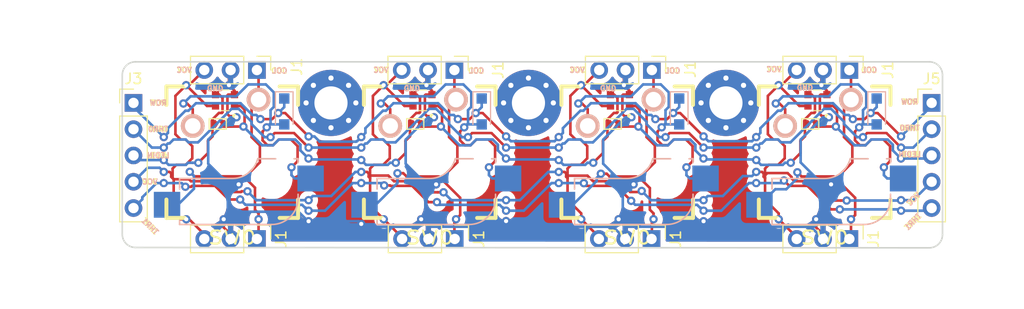
<source format=kicad_pcb>
(kicad_pcb (version 20171130) (host pcbnew "(5.1.5-0-10_14)")
  (layers (0 F.Cu signal) (31 B.Cu signal) (34 B.Paste user) (35 F.Paste user) (36 B.SilkS user) (37 F.SilkS user) (38 B.Mask user) (39 F.Mask user) (44 Edge.Cuts user))
  (net 0 "")
  (net 1 ROW0)
  (net 2 "Net-(D1-Pad2)")
  (net 3 ROW1)
  (net 4 COL0)
  (net 5 GND)
  (net 6 VCC)
  (net 7 LEDIN)
  (net 8 LEDOUT)
  (net 9 through)
  (module Connector_PinHeader_2.54mm:PinHeader_1x03_P2.54mm_Vertical (layer F.Cu) (at 45.974 78.867 270)
    (fp_text reference J1 (at 0 -2.33 90) (layer F.SilkS))
    (fp_text value Conn_01x03_Male)
    (pad 1 thru_hole rect (at 0 0 270) (size 1.7 1.7) (drill 1) (layers *.Cu *.Mask) (net 4 COL0))
    (pad 2 thru_hole oval (at 0 2.54 270) (size 1.7 1.7) (drill 1) (layers *.Cu *.Mask) (net 5 GND))
    (pad 3 thru_hole oval (at 0 5.08 270) (size 1.7 1.7) (drill 1) (layers *.Cu *.Mask) (net 6 VCC))
  )
  (module Connector_PinHeader_2.54mm:PinHeader_1x03_P2.54mm_Vertical (layer F.Cu) (at 64.9605 78.867 270)
    (fp_text reference J1 (at 0 -2.33 90) (layer F.SilkS))
    (fp_text value Conn_01x03_Male)
    (pad 3 thru_hole oval (at 0 5.08 270) (size 1.7 1.7) (drill 1) (layers *.Cu *.Mask) (net 6 VCC))
    (pad 2 thru_hole oval (at 0 2.54 270) (size 1.7 1.7) (drill 1) (layers *.Cu *.Mask) (net 5 GND))
    (pad 1 thru_hole rect (at 0 0 270) (size 1.7 1.7) (drill 1) (layers *.Cu *.Mask) (net 4 COL0))
  )
  (module Connector_PinHeader_2.54mm:PinHeader_1x03_P2.54mm_Vertical (layer F.Cu) (at 84.04225 78.867 270)
    (fp_text reference J1 (at 0 -2.33 90) (layer F.SilkS))
    (fp_text value Conn_01x03_Male)
    (pad 1 thru_hole rect (at 0 0 270) (size 1.7 1.7) (drill 1) (layers *.Cu *.Mask) (net 4 COL0))
    (pad 2 thru_hole oval (at 0 2.54 270) (size 1.7 1.7) (drill 1) (layers *.Cu *.Mask) (net 5 GND))
    (pad 3 thru_hole oval (at 0 5.08 270) (size 1.7 1.7) (drill 1) (layers *.Cu *.Mask) (net 6 VCC))
  )
  (module Connector_PinHeader_2.54mm:PinHeader_1x03_P2.54mm_Vertical (layer F.Cu) (at 26.89225 78.867 270)
    (fp_text reference J1 (at 0 -2.33 90) (layer F.SilkS))
    (fp_text value Conn_01x03_Male)
    (pad 3 thru_hole oval (at 0 5.08 270) (size 1.7 1.7) (drill 1) (layers *.Cu *.Mask) (net 6 VCC))
    (pad 2 thru_hole oval (at 0 2.54 270) (size 1.7 1.7) (drill 1) (layers *.Cu *.Mask) (net 5 GND))
    (pad 1 thru_hole rect (at 0 0 270) (size 1.7 1.7) (drill 1) (layers *.Cu *.Mask) (net 4 COL0))
  )
  (module Connector_PinHeader_2.54mm:PinHeader_1x03_P2.54mm_Vertical (layer F.Cu) (at 84.04225 62.5475 270)
    (fp_text reference J1 (at 0 -3.71475 90) (layer F.SilkS))
    (fp_text value Conn_01x03_Male)
    (pad 3 thru_hole oval (at 0 5.08 270) (size 1.7 1.7) (drill 1) (layers *.Cu *.Mask) (net 6 VCC))
    (pad 2 thru_hole oval (at 0 2.54 270) (size 1.7 1.7) (drill 1) (layers *.Cu *.Mask) (net 5 GND))
    (pad 1 thru_hole rect (at 0 0 270) (size 1.7 1.7) (drill 1) (layers *.Cu *.Mask) (net 4 COL0))
  )
  (module Connector_PinHeader_2.54mm:PinHeader_1x03_P2.54mm_Vertical (layer F.Cu) (at 64.99225 62.5475 270)
    (fp_text reference J1 (at -0.0889 -3.71475 90) (layer F.SilkS))
    (fp_text value Conn_01x03_Male)
    (pad 1 thru_hole rect (at 0 0 270) (size 1.7 1.7) (drill 1) (layers *.Cu *.Mask) (net 4 COL0))
    (pad 2 thru_hole oval (at 0 2.54 270) (size 1.7 1.7) (drill 1) (layers *.Cu *.Mask) (net 5 GND))
    (pad 3 thru_hole oval (at 0 5.08 270) (size 1.7 1.7) (drill 1) (layers *.Cu *.Mask) (net 6 VCC))
  )
  (module Connector_PinHeader_2.54mm:PinHeader_1x03_P2.54mm_Vertical (layer F.Cu) (at 45.94225 62.5475 270)
    (fp_text reference J1 (at 0 -4.22275 90) (layer F.SilkS))
    (fp_text value Conn_01x03_Male)
    (pad 3 thru_hole oval (at 0 5.08 270) (size 1.7 1.7) (drill 1) (layers *.Cu *.Mask) (net 6 VCC))
    (pad 2 thru_hole oval (at 0 2.54 270) (size 1.7 1.7) (drill 1) (layers *.Cu *.Mask) (net 5 GND))
    (pad 1 thru_hole rect (at 0 0 270) (size 1.7 1.7) (drill 1) (layers *.Cu *.Mask) (net 4 COL0))
  )
  (module Diode_SMD:D_SOD-323_HandSoldering (layer B.Cu) (at 86.6775 66.548 270)
    (fp_text reference D1 (at -1.0795 2.7305 90) (layer B.SilkS) (effects (justify mirror)))
    (fp_text value 1N4148)
    (pad 1 smd rect (at -1.25 0 270) (size 1 1) (layers B.Cu B.Paste B.Mask) (net 1 ROW0))
    (pad 2 smd rect (at 1.25 0 270) (size 1 1) (layers B.Cu B.Paste B.Mask) (net 2 "Net-(D1-Pad2)"))
  )
  (module HKB44:WS2812C2020 (layer F.Cu) (at 80.9625 65.4685)
    (fp_text reference LED1 hide)
    (fp_text value WS2812C-2020 hide)
    (pad 2 smd rect (at 0.915 -0.55 90) (size 0.7 0.7) (layers F.Cu F.Paste F.Mask) (net 5 GND))
    (pad 4 smd rect (at -0.915 0.55 90) (size 0.7 0.7) (layers F.Cu F.Paste F.Mask) (net 6 VCC))
    (pad 1 smd rect (at 0.915 0.55) (size 0.7 0.7) (layers F.Cu F.Paste F.Mask) (net 8 LEDOUT))
    (pad 3 smd rect (at -0.915 -0.55) (size 0.7 0.7) (layers F.Cu F.Paste F.Mask) (net 7 LEDIN))
  )
  (module HKB44:MX_PCB_100H_socket (layer F.Cu) (at 81.661 70.485)
    (fp_text reference SW0 (at 0 8.255) (layer F.SilkS) (effects (font (size 1.27 1.524) (thickness 0.2032))))
    (fp_text value SW_Push hide)
    (pad HOLE np_thru_hole circle (at 5.08 0) (size 1.8 1.8) (drill 1.8) (layers *.Cu))
    (pad HOLE np_thru_hole circle (at -5.08 0) (size 1.8 1.8) (drill 1.8) (layers *.Cu))
    (pad HOLE np_thru_hole circle (at 0 0) (size 3.9878 3.9878) (drill 3.9878) (layers *.Cu))
    (pad 2 thru_hole circle (at -3.81 -2.54) (size 2.286 2.286) (drill 1.4986) (layers *.Cu *.SilkS *.Mask) (net 2 "Net-(D1-Pad2)"))
    (pad 1 thru_hole circle (at 2.54 -5.08) (size 2.286 2.286) (drill 1.4986) (layers *.Cu *.SilkS *.Mask) (net 4 COL0))
    (pad 2 smd rect (at 7.56 2.54) (size 2.55 2.5) (layers B.Cu B.Paste B.Mask) (net 2 "Net-(D1-Pad2)"))
    (pad "" np_thru_hole circle (at 3.81 2.54) (size 3 3) (drill 3) (layers *.Cu *.Mask))
    (pad "" np_thru_hole circle (at -2.54 5.08) (size 3 3) (drill 3) (layers *.Cu *.Mask))
    (pad 1 smd rect (at -6.29 5.08) (size 2.55 2.5) (layers B.Cu B.Paste B.Mask) (net 4 COL0))
  )
  (module Jumper:SolderJumper-2_P1.3mm_Open_TrianglePad1.0x1.5mm (layer F.Cu) (at 80.0735 67.7545)
    (fp_text reference REF** hide)
    (fp_text value SolderJumper-2_P1.3mm_Open_TrianglePad1.0x1.5mm)
    (pad 1 smd custom (at -0.254 0) (size 0.127 0.127) (layers F.Cu F.Mask) (options (clearance outline) (anchor rect)) (primitives (gr_poly (pts (xy -0.254 -0.381) (xy 0.254 -0.381) (xy 0.508 0) (xy 0.254 0.381) (xy -0.254 0.381)) (width 0))))
    (pad 2 smd custom (at 0.635 0) (size 0.3 0.3) (layers F.Cu F.Mask) (options (clearance outline) (anchor rect)) (primitives (gr_poly (pts (xy -0.381 -0.381) (xy 0.254 -0.381) (xy 0.254 0.381) (xy -0.381 0.381) (xy -0.1524 0)) (width 0))))
  )
  (module MountingHole:MountingHole_3.2mm_M3_Pad_Via (layer F.Cu) (at 72.136 65.7225)
    (fp_text reference REF** hide)
    (fp_text value MountingHole_3.2mm_M3_Pad_Via)
    (pad 1 thru_hole circle (at 0 0) (size 6.4 6.4) (drill 3.2) (layers *.Cu *.Mask))
    (pad 1 thru_hole circle (at 2.4 0) (size 0.8 0.8) (drill 0.5) (layers *.Cu *.Mask))
    (pad 1 thru_hole circle (at 1.697056 1.697056) (size 0.8 0.8) (drill 0.5) (layers *.Cu *.Mask))
    (pad 1 thru_hole circle (at 0 2.4) (size 0.8 0.8) (drill 0.5) (layers *.Cu *.Mask))
    (pad 1 thru_hole circle (at -1.697056 1.697056) (size 0.8 0.8) (drill 0.5) (layers *.Cu *.Mask))
    (pad 1 thru_hole circle (at -2.4 0) (size 0.8 0.8) (drill 0.5) (layers *.Cu *.Mask))
    (pad 1 thru_hole circle (at -1.697056 -1.697056) (size 0.8 0.8) (drill 0.5) (layers *.Cu *.Mask))
    (pad 1 thru_hole circle (at 0 -2.4) (size 0.8 0.8) (drill 0.5) (layers *.Cu *.Mask))
    (pad 1 thru_hole circle (at 1.697056 -1.697056) (size 0.8 0.8) (drill 0.5) (layers *.Cu *.Mask))
  )
  (module HKB44:WS2812C2020 (layer F.Cu) (at 61.9125 65.4685)
    (fp_text reference LED1 hide)
    (fp_text value WS2812C-2020 hide)
    (pad 3 smd rect (at -0.915 -0.55) (size 0.7 0.7) (layers F.Cu F.Paste F.Mask) (net 7 LEDIN))
    (pad 1 smd rect (at 0.915 0.55) (size 0.7 0.7) (layers F.Cu F.Paste F.Mask) (net 8 LEDOUT))
    (pad 4 smd rect (at -0.915 0.55 90) (size 0.7 0.7) (layers F.Cu F.Paste F.Mask) (net 6 VCC))
    (pad 2 smd rect (at 0.915 -0.55 90) (size 0.7 0.7) (layers F.Cu F.Paste F.Mask) (net 5 GND))
  )
  (module Diode_SMD:D_SOD-323_HandSoldering (layer B.Cu) (at 67.6275 66.548 270)
    (fp_text reference D1 (at -1.0795 2.7305 90) (layer B.SilkS) (effects (justify mirror)))
    (fp_text value 1N4148)
    (pad 2 smd rect (at 1.25 0 270) (size 1 1) (layers B.Cu B.Paste B.Mask) (net 2 "Net-(D1-Pad2)"))
    (pad 1 smd rect (at -1.25 0 270) (size 1 1) (layers B.Cu B.Paste B.Mask) (net 1 ROW0))
  )
  (module HKB44:MX_PCB_100H_socket (layer F.Cu) (at 62.611 70.485)
    (fp_text reference SW0 (at 0 8.255) (layer F.SilkS) (effects (font (size 1.27 1.524) (thickness 0.2032))))
    (fp_text value SW_Push hide)
    (pad 1 smd rect (at -6.29 5.08) (size 2.55 2.5) (layers B.Cu B.Paste B.Mask) (net 4 COL0))
    (pad "" np_thru_hole circle (at -2.54 5.08) (size 3 3) (drill 3) (layers *.Cu *.Mask))
    (pad "" np_thru_hole circle (at 3.81 2.54) (size 3 3) (drill 3) (layers *.Cu *.Mask))
    (pad 2 smd rect (at 7.56 2.54) (size 2.55 2.5) (layers B.Cu B.Paste B.Mask) (net 2 "Net-(D1-Pad2)"))
    (pad 1 thru_hole circle (at 2.54 -5.08) (size 2.286 2.286) (drill 1.4986) (layers *.Cu *.SilkS *.Mask) (net 4 COL0))
    (pad 2 thru_hole circle (at -3.81 -2.54) (size 2.286 2.286) (drill 1.4986) (layers *.Cu *.SilkS *.Mask) (net 2 "Net-(D1-Pad2)"))
    (pad HOLE np_thru_hole circle (at 0 0) (size 3.9878 3.9878) (drill 3.9878) (layers *.Cu))
    (pad HOLE np_thru_hole circle (at -5.08 0) (size 1.8 1.8) (drill 1.8) (layers *.Cu))
    (pad HOLE np_thru_hole circle (at 5.08 0) (size 1.8 1.8) (drill 1.8) (layers *.Cu))
  )
  (module Jumper:SolderJumper-2_P1.3mm_Open_TrianglePad1.0x1.5mm (layer F.Cu) (at 61.0235 67.7545)
    (fp_text reference REF** hide)
    (fp_text value SolderJumper-2_P1.3mm_Open_TrianglePad1.0x1.5mm)
    (pad 2 smd custom (at 0.635 0) (size 0.3 0.3) (layers F.Cu F.Mask) (options (clearance outline) (anchor rect)) (primitives (gr_poly (pts (xy -0.381 -0.381) (xy 0.254 -0.381) (xy 0.254 0.381) (xy -0.381 0.381) (xy -0.1524 0)) (width 0))))
    (pad 1 smd custom (at -0.254 0) (size 0.127 0.127) (layers F.Cu F.Mask) (options (clearance outline) (anchor rect)) (primitives (gr_poly (pts (xy -0.254 -0.381) (xy 0.254 -0.381) (xy 0.508 0) (xy 0.254 0.381) (xy -0.254 0.381)) (width 0))))
  )
  (module HKB44:WS2812C2020 (layer F.Cu) (at 42.8625 65.4685)
    (fp_text reference LED1 hide)
    (fp_text value WS2812C-2020 hide)
    (pad 3 smd rect (at -0.915 -0.55) (size 0.7 0.7) (layers F.Cu F.Paste F.Mask) (net 7 LEDIN))
    (pad 1 smd rect (at 0.915 0.55) (size 0.7 0.7) (layers F.Cu F.Paste F.Mask) (net 8 LEDOUT))
    (pad 4 smd rect (at -0.915 0.55 90) (size 0.7 0.7) (layers F.Cu F.Paste F.Mask) (net 6 VCC))
    (pad 2 smd rect (at 0.915 -0.55 90) (size 0.7 0.7) (layers F.Cu F.Paste F.Mask) (net 5 GND))
  )
  (module Diode_SMD:D_SOD-323_HandSoldering (layer B.Cu) (at 48.5775 66.548 270)
    (fp_text reference D1 (at -1.0795 2.7305 90) (layer B.SilkS) (effects (justify mirror)))
    (fp_text value 1N4148)
    (pad 2 smd rect (at 1.25 0 270) (size 1 1) (layers B.Cu B.Paste B.Mask) (net 2 "Net-(D1-Pad2)"))
    (pad 1 smd rect (at -1.25 0 270) (size 1 1) (layers B.Cu B.Paste B.Mask) (net 1 ROW0))
  )
  (module HKB44:MX_PCB_100H_socket (layer F.Cu) (at 43.561 70.485)
    (fp_text reference SW0 (at 0 8.255) (layer F.SilkS) (effects (font (size 1.27 1.524) (thickness 0.2032))))
    (fp_text value SW_Push hide)
    (pad 1 smd rect (at -6.29 5.08) (size 2.55 2.5) (layers B.Cu B.Paste B.Mask) (net 4 COL0))
    (pad "" np_thru_hole circle (at -2.54 5.08) (size 3 3) (drill 3) (layers *.Cu *.Mask))
    (pad "" np_thru_hole circle (at 3.81 2.54) (size 3 3) (drill 3) (layers *.Cu *.Mask))
    (pad 2 smd rect (at 7.56 2.54) (size 2.55 2.5) (layers B.Cu B.Paste B.Mask) (net 2 "Net-(D1-Pad2)"))
    (pad 1 thru_hole circle (at 2.54 -5.08) (size 2.286 2.286) (drill 1.4986) (layers *.Cu *.SilkS *.Mask) (net 4 COL0))
    (pad 2 thru_hole circle (at -3.81 -2.54) (size 2.286 2.286) (drill 1.4986) (layers *.Cu *.SilkS *.Mask) (net 2 "Net-(D1-Pad2)"))
    (pad HOLE np_thru_hole circle (at 0 0) (size 3.9878 3.9878) (drill 3.9878) (layers *.Cu))
    (pad HOLE np_thru_hole circle (at -5.08 0) (size 1.8 1.8) (drill 1.8) (layers *.Cu))
    (pad HOLE np_thru_hole circle (at 5.08 0) (size 1.8 1.8) (drill 1.8) (layers *.Cu))
  )
  (module MountingHole:MountingHole_3.2mm_M3_Pad_Via (layer F.Cu) (at 53.086 65.7225)
    (fp_text reference REF** hide)
    (fp_text value MountingHole_3.2mm_M3_Pad_Via)
    (pad 1 thru_hole circle (at 0 0) (size 6.4 6.4) (drill 3.2) (layers *.Cu *.Mask))
    (pad 1 thru_hole circle (at 2.4 0) (size 0.8 0.8) (drill 0.5) (layers *.Cu *.Mask))
    (pad 1 thru_hole circle (at 1.697056 1.697056) (size 0.8 0.8) (drill 0.5) (layers *.Cu *.Mask))
    (pad 1 thru_hole circle (at 0 2.4) (size 0.8 0.8) (drill 0.5) (layers *.Cu *.Mask))
    (pad 1 thru_hole circle (at -1.697056 1.697056) (size 0.8 0.8) (drill 0.5) (layers *.Cu *.Mask))
    (pad 1 thru_hole circle (at -2.4 0) (size 0.8 0.8) (drill 0.5) (layers *.Cu *.Mask))
    (pad 1 thru_hole circle (at -1.697056 -1.697056) (size 0.8 0.8) (drill 0.5) (layers *.Cu *.Mask))
    (pad 1 thru_hole circle (at 0 -2.4) (size 0.8 0.8) (drill 0.5) (layers *.Cu *.Mask))
    (pad 1 thru_hole circle (at 1.697056 -1.697056) (size 0.8 0.8) (drill 0.5) (layers *.Cu *.Mask))
  )
  (module Jumper:SolderJumper-2_P1.3mm_Open_TrianglePad1.0x1.5mm (layer F.Cu) (at 41.9735 67.7545)
    (fp_text reference REF** hide)
    (fp_text value SolderJumper-2_P1.3mm_Open_TrianglePad1.0x1.5mm)
    (pad 2 smd custom (at 0.635 0) (size 0.3 0.3) (layers F.Cu F.Mask) (options (clearance outline) (anchor rect)) (primitives (gr_poly (pts (xy -0.381 -0.381) (xy 0.254 -0.381) (xy 0.254 0.381) (xy -0.381 0.381) (xy -0.1524 0)) (width 0))))
    (pad 1 smd custom (at -0.254 0) (size 0.127 0.127) (layers F.Cu F.Mask) (options (clearance outline) (anchor rect)) (primitives (gr_poly (pts (xy -0.254 -0.381) (xy 0.254 -0.381) (xy 0.508 0) (xy 0.254 0.381) (xy -0.254 0.381)) (width 0))))
  )
  (module Jumper:SolderJumper-2_P1.3mm_Open_TrianglePad1.0x1.5mm (layer F.Cu) (at 22.9235 67.7545)
    (fp_text reference REF** hide)
    (fp_text value SolderJumper-2_P1.3mm_Open_TrianglePad1.0x1.5mm)
    (pad 1 smd custom (at -0.254 0) (size 0.127 0.127) (layers F.Cu F.Mask) (options (clearance outline) (anchor rect)) (primitives (gr_poly (pts (xy -0.254 -0.381) (xy 0.254 -0.381) (xy 0.508 0) (xy 0.254 0.381) (xy -0.254 0.381)) (width 0))))
    (pad 2 smd custom (at 0.635 0) (size 0.3 0.3) (layers F.Cu F.Mask) (options (clearance outline) (anchor rect)) (primitives (gr_poly (pts (xy -0.381 -0.381) (xy 0.254 -0.381) (xy 0.254 0.381) (xy -0.381 0.381) (xy -0.1524 0)) (width 0))))
  )
  (module HKB44:WS2812C2020 (layer F.Cu) (at 23.8125 65.4685)
    (fp_text reference LED1 hide)
    (fp_text value WS2812C-2020 hide)
    (pad 2 smd rect (at 0.915 -0.55 90) (size 0.7 0.7) (layers F.Cu F.Paste F.Mask) (net 5 GND))
    (pad 4 smd rect (at -0.915 0.55 90) (size 0.7 0.7) (layers F.Cu F.Paste F.Mask) (net 6 VCC))
    (pad 1 smd rect (at 0.915 0.55) (size 0.7 0.7) (layers F.Cu F.Paste F.Mask) (net 8 LEDOUT))
    (pad 3 smd rect (at -0.915 -0.55) (size 0.7 0.7) (layers F.Cu F.Paste F.Mask) (net 7 LEDIN))
  )
  (module MountingHole:MountingHole_3.2mm_M3_Pad_Via (layer F.Cu) (at 34.036 65.7225)
    (fp_text reference REF** hide)
    (fp_text value MountingHole_3.2mm_M3_Pad_Via)
    (pad 1 thru_hole circle (at 1.697056 -1.697056) (size 0.8 0.8) (drill 0.5) (layers *.Cu *.Mask))
    (pad 1 thru_hole circle (at 0 -2.4) (size 0.8 0.8) (drill 0.5) (layers *.Cu *.Mask))
    (pad 1 thru_hole circle (at -1.697056 -1.697056) (size 0.8 0.8) (drill 0.5) (layers *.Cu *.Mask))
    (pad 1 thru_hole circle (at -2.4 0) (size 0.8 0.8) (drill 0.5) (layers *.Cu *.Mask))
    (pad 1 thru_hole circle (at -1.697056 1.697056) (size 0.8 0.8) (drill 0.5) (layers *.Cu *.Mask))
    (pad 1 thru_hole circle (at 0 2.4) (size 0.8 0.8) (drill 0.5) (layers *.Cu *.Mask))
    (pad 1 thru_hole circle (at 1.697056 1.697056) (size 0.8 0.8) (drill 0.5) (layers *.Cu *.Mask))
    (pad 1 thru_hole circle (at 2.4 0) (size 0.8 0.8) (drill 0.5) (layers *.Cu *.Mask))
    (pad 1 thru_hole circle (at 0 0) (size 6.4 6.4) (drill 3.2) (layers *.Cu *.Mask))
  )
  (module Diode_SMD:D_SOD-323_HandSoldering (layer B.Cu) (at 29.5275 66.548 270)
    (fp_text reference D1 (at -1.0795 2.7305 90) (layer B.SilkS) (effects (justify mirror)))
    (fp_text value 1N4148)
    (pad 1 smd rect (at -1.25 0 270) (size 1 1) (layers B.Cu B.Paste B.Mask) (net 1 ROW0))
    (pad 2 smd rect (at 1.25 0 270) (size 1 1) (layers B.Cu B.Paste B.Mask) (net 2 "Net-(D1-Pad2)"))
  )
  (module HKB44:MX_PCB_100H_socket (layer F.Cu) (at 24.511 70.485)
    (fp_text reference SW0 (at 0 8.255) (layer F.SilkS) (effects (font (size 1.27 1.524) (thickness 0.2032))))
    (fp_text value SW_Push hide)
    (pad HOLE np_thru_hole circle (at 5.08 0) (size 1.8 1.8) (drill 1.8) (layers *.Cu))
    (pad HOLE np_thru_hole circle (at -5.08 0) (size 1.8 1.8) (drill 1.8) (layers *.Cu))
    (pad HOLE np_thru_hole circle (at 0 0) (size 3.9878 3.9878) (drill 3.9878) (layers *.Cu))
    (pad 2 thru_hole circle (at -3.81 -2.54) (size 2.286 2.286) (drill 1.4986) (layers *.Cu *.SilkS *.Mask) (net 2 "Net-(D1-Pad2)"))
    (pad 1 thru_hole circle (at 2.54 -5.08) (size 2.286 2.286) (drill 1.4986) (layers *.Cu *.SilkS *.Mask) (net 4 COL0))
    (pad 2 smd rect (at 7.56 2.54) (size 2.55 2.5) (layers B.Cu B.Paste B.Mask) (net 2 "Net-(D1-Pad2)"))
    (pad "" np_thru_hole circle (at 3.81 2.54) (size 3 3) (drill 3) (layers *.Cu *.Mask))
    (pad "" np_thru_hole circle (at -2.54 5.08) (size 3 3) (drill 3) (layers *.Cu *.Mask))
    (pad 1 smd rect (at -6.29 5.08) (size 2.55 2.5) (layers B.Cu B.Paste B.Mask) (net 4 COL0))
  )
  (module Connector_PinHeader_2.54mm:PinHeader_1x05_P2.54mm_Vertical (layer F.Cu) (at 14.986 65.7225)
    (fp_text reference J3 (at 0 -2.33) (layer F.SilkS))
    (fp_text value Conn_01x05_Male)
    (pad 1 thru_hole rect (at 0 0) (size 1.7 1.7) (drill 1) (layers *.Cu *.Mask) (net 1 ROW0))
    (pad 2 thru_hole oval (at 0 2.54) (size 1.7 1.7) (drill 1) (layers *.Cu *.Mask) (net 3 ROW1))
    (pad 3 thru_hole oval (at 0 5.08) (size 1.7 1.7) (drill 1) (layers *.Cu *.Mask) (net 7 LEDIN))
    (pad 4 thru_hole oval (at 0 7.62) (size 1.7 1.7) (drill 1) (layers *.Cu *.Mask) (net 6 VCC))
    (pad 5 thru_hole oval (at 0 10.16) (size 1.7 1.7) (drill 1) (layers *.Cu *.Mask) (net 9 through))
  )
  (module Connector_PinHeader_2.54mm:PinHeader_1x05_P2.54mm_Vertical (layer F.Cu) (at 91.97975 65.7225)
    (fp_text reference J5 (at 0 -2.33) (layer F.SilkS))
    (fp_text value Conn_01x05_Male)
    (pad 5 thru_hole oval (at 0 10.16) (size 1.7 1.7) (drill 1) (layers *.Cu *.Mask) (net 9 through))
    (pad 4 thru_hole oval (at 0 7.62) (size 1.7 1.7) (drill 1) (layers *.Cu *.Mask) (net 6 VCC))
    (pad 3 thru_hole oval (at 0 5.08) (size 1.7 1.7) (drill 1) (layers *.Cu *.Mask) (net 8 LEDOUT))
    (pad 2 thru_hole oval (at 0 2.54) (size 1.7 1.7) (drill 1) (layers *.Cu *.Mask) (net 3 ROW1))
    (pad 1 thru_hole rect (at 0 0) (size 1.7 1.7) (drill 1) (layers *.Cu *.Mask) (net 1 ROW0))
  )
  (module Connector_PinHeader_2.54mm:PinHeader_1x03_P2.54mm_Vertical (layer F.Cu) (at 26.89225 62.5475 270)
    (fp_text reference J1 (at -0.3175 -3.84175 90) (layer F.SilkS))
    (fp_text value Conn_01x03_Male)
    (pad 1 thru_hole rect (at 0 0 270) (size 1.7 1.7) (drill 1) (layers *.Cu *.Mask) (net 4 COL0))
    (pad 2 thru_hole oval (at 0 2.54 270) (size 1.7 1.7) (drill 1) (layers *.Cu *.Mask) (net 5 GND))
    (pad 3 thru_hole oval (at 0 5.08 270) (size 1.7 1.7) (drill 1) (layers *.Cu *.Mask) (net 6 VCC))
  )
  (gr_text THR1 (at 90.1827 77.19695 45) (layer F.SilkS) (effects (font (size 0.508 0.508) (thickness 0.127))))
  (gr_text VCC (at 90.2335 75.0189 45) (layer F.SilkS) (effects (font (size 0.508 0.508) (thickness 0.127))))
  (gr_text THR0 (at 89.85885 68.1609) (layer B.SilkS) (effects (font (size 0.508 0.508) (thickness 0.127)) (justify mirror)))
  (gr_text LEDIN (at 89.85885 70.7009) (layer B.SilkS) (effects (font (size 0.508 0.508) (thickness 0.127)) (justify mirror)))
  (gr_text THR1 (at 90.1827 77.19695 45) (layer B.SilkS) (effects (font (size 0.508 0.508) (thickness 0.127)) (justify mirror)))
  (gr_text VCC (at 90.2335 75.0189 45) (layer B.SilkS) (effects (font (size 0.508 0.508) (thickness 0.127)) (justify mirror)))
  (gr_text LEDIN (at 89.85885 70.7009) (layer F.SilkS) (effects (font (size 0.508 0.508) (thickness 0.127))))
  (gr_text THR0 (at 89.85885 68.1609) (layer F.SilkS) (effects (font (size 0.508 0.508) (thickness 0.127))))
  (gr_text ROW (at 89.85885 65.6209) (layer B.SilkS) (effects (font (size 0.508 0.508) (thickness 0.127)) (justify mirror)))
  (gr_text ROW (at 89.85885 65.6209) (layer F.SilkS) (effects (font (size 0.508 0.508) (thickness 0.127))))
  (gr_text GND (at 79.756 64.262) (layer B.SilkS) (effects (font (size 0.508 0.508) (thickness 0.127)) (justify mirror)))
  (gr_text VCC (at 76.7715 62.484) (layer B.SilkS) (effects (font (size 0.508 0.508) (thickness 0.127)) (justify mirror)))
  (gr_text VCC (at 76.835 62.484) (layer F.SilkS) (effects (font (size 0.508 0.508) (thickness 0.127))))
  (gr_text COL (at 85.9155 62.5475) (layer F.SilkS) (effects (font (size 0.508 0.508) (thickness 0.127))))
  (gr_text GND (at 79.756 64.262) (layer F.SilkS) (effects (font (size 0.508 0.508) (thickness 0.127))))
  (gr_text COL (at 85.979 62.5475) (layer B.SilkS) (effects (font (size 0.508 0.508) (thickness 0.127)) (justify mirror)))
  (gr_text GND (at 60.7695 64.3255) (layer F.SilkS) (effects (font (size 0.508 0.508) (thickness 0.127))))
  (gr_text COL (at 66.929 62.611) (layer F.SilkS) (effects (font (size 0.508 0.508) (thickness 0.127))))
  (gr_text VCC (at 57.785 62.5475) (layer B.SilkS) (effects (font (size 0.508 0.508) (thickness 0.127)) (justify mirror)))
  (gr_text VCC (at 57.8485 62.5475) (layer F.SilkS) (effects (font (size 0.508 0.508) (thickness 0.127))))
  (gr_text GND (at 60.7695 64.3255) (layer B.SilkS) (effects (font (size 0.508 0.508) (thickness 0.127)) (justify mirror)))
  (gr_text COL (at 66.9925 62.611) (layer B.SilkS) (effects (font (size 0.508 0.508) (thickness 0.127)) (justify mirror)))
  (gr_text VCC (at 38.9255 62.5475) (layer F.SilkS) (effects (font (size 0.508 0.508) (thickness 0.127))))
  (gr_text VCC (at 38.862 62.5475) (layer B.SilkS) (effects (font (size 0.508 0.508) (thickness 0.127)) (justify mirror)))
  (gr_text GND (at 41.8465 64.3255) (layer B.SilkS) (effects (font (size 0.508 0.508) (thickness 0.127)) (justify mirror)))
  (gr_text COL (at 48.0695 62.611) (layer B.SilkS) (effects (font (size 0.508 0.508) (thickness 0.127)) (justify mirror)))
  (gr_text GND (at 41.8465 64.3255) (layer F.SilkS) (effects (font (size 0.508 0.508) (thickness 0.127))))
  (gr_text COL (at 48.006 62.611) (layer F.SilkS) (effects (font (size 0.508 0.508) (thickness 0.127))))
  (gr_text THR1 (at 16.5862 77.6478 -45) (layer F.SilkS) (effects (font (size 0.508 0.508) (thickness 0.127))))
  (gr_arc (start 91.7575 63.02375) (end 93.0275 63.02375) (angle -90) (layer Edge.Cuts) (width 0.15))
  (gr_arc (start 91.7575 78.45425) (end 91.7575 79.72425) (angle -90) (layer Edge.Cuts) (width 0.15))
  (gr_arc (start 15.1765 78.4225) (end 13.9065 78.4225) (angle -90) (layer Edge.Cuts) (width 0.15))
  (gr_arc (start 15.1765 63.02375) (end 15.1765 61.75375) (angle -90) (layer Edge.Cuts) (width 0.15))
  (gr_line (start 13.9065 78.4225) (end 13.9065 63.02375) (layer Edge.Cuts) (width 0.15))
  (gr_line (start 91.7575 79.72425) (end 15.1765 79.6925) (layer Edge.Cuts) (width 0.15))
  (gr_line (start 93.0275 63.02375) (end 93.0275 78.45425) (layer Edge.Cuts) (width 0.15))
  (gr_line (start 15.1765 61.75375) (end 91.7575 61.75375) (layer Edge.Cuts) (width 0.15))
  (gr_text VCC (at 19.8755 62.5475) (layer B.SilkS) (effects (font (size 0.508 0.508) (thickness 0.127)) (justify mirror)))
  (gr_text GND (at 22.86 64.3255) (layer B.SilkS) (effects (font (size 0.508 0.508) (thickness 0.127)) (justify mirror)))
  (gr_text COL (at 29.083 62.611) (layer B.SilkS) (effects (font (size 0.508 0.508) (thickness 0.127)) (justify mirror)))
  (gr_text VCC (at 16.5735 73.3425) (layer B.SilkS) (effects (font (size 0.508 0.508) (thickness 0.127)) (justify mirror)))
  (gr_text THR1 (at 16.5735 77.6478 -45) (layer B.SilkS) (effects (font (size 0.508 0.508) (thickness 0.127)) (justify mirror)))
  (gr_text LEDIN (at 17.36725 70.8025) (layer B.SilkS) (effects (font (size 0.508 0.508) (thickness 0.127)) (justify mirror)))
  (gr_text THR0 (at 17.36725 68.2625) (layer B.SilkS) (effects (font (size 0.508 0.508) (thickness 0.127)) (justify mirror)))
  (gr_text ROW (at 17.36725 65.7225) (layer B.SilkS) (effects (font (size 0.508 0.508) (thickness 0.127)) (justify mirror)))
  (gr_text COL (at 29.0195 62.611) (layer F.SilkS) (effects (font (size 0.508 0.508) (thickness 0.127))))
  (gr_text GND (at 22.86 64.3255) (layer F.SilkS) (effects (font (size 0.508 0.508) (thickness 0.127))))
  (gr_text VCC (at 19.939 62.5475) (layer F.SilkS) (effects (font (size 0.508 0.508) (thickness 0.127))))
  (gr_text VCC (at 16.5735 73.3425) (layer F.SilkS) (effects (font (size 0.508 0.508) (thickness 0.127))))
  (gr_text LEDIN (at 17.36725 70.8025) (layer F.SilkS) (effects (font (size 0.508 0.508) (thickness 0.127))))
  (gr_text THR0 (at 17.36725 68.2625) (layer F.SilkS) (effects (font (size 0.508 0.508) (thickness 0.127))))
  (gr_text ROW (at 17.36725 65.7225) (layer F.SilkS) (effects (font (size 0.508 0.508) (thickness 0.127))))
  (segment (start 23.5585 67.7545) (end 23.8125 68.0085) (width 0.25) (layer F.Cu) (net 0))
  (segment (start 23.8125 68.0085) (end 24.5745 68.0085) (width 0.25) (layer F.Cu) (net 0))
  (segment (start 24.638 68.0085) (end 25.4 68.0085) (width 0.25) (layer F.Cu) (net 0))
  (segment (start 43.688 68.0085) (end 44.45 68.0085) (width 0.25) (layer F.Cu) (net 0))
  (segment (start 42.8625 68.0085) (end 43.6245 68.0085) (width 0.25) (layer F.Cu) (net 0))
  (segment (start 42.6085 67.7545) (end 42.8625 68.0085) (width 0.25) (layer F.Cu) (net 0))
  (segment (start 62.738 68.0085) (end 63.5 68.0085) (width 0.25) (layer F.Cu) (net 0))
  (segment (start 61.9125 68.0085) (end 62.6745 68.0085) (width 0.25) (layer F.Cu) (net 0))
  (segment (start 61.6585 67.7545) (end 61.9125 68.0085) (width 0.25) (layer F.Cu) (net 0))
  (segment (start 80.9625 68.0085) (end 81.7245 68.0085) (width 0.25) (layer F.Cu) (net 0))
  (segment (start 80.7085 67.7545) (end 80.9625 68.0085) (width 0.25) (layer F.Cu) (net 0))
  (segment (start 81.788 68.0085) (end 82.55 68.0085) (width 0.25) (layer F.Cu) (net 0))
  (segment (start 50.8635 71.1835) (end 56.0705 71.1835) (width 0.25) (layer B.Cu) (net 0))
  (segment (start 31.8135 71.1835) (end 37.0205 71.1835) (width 0.25) (layer B.Cu) (net 0))
  (segment (start 69.9135 71.1835) (end 75.1205 71.1835) (width 0.25) (layer B.Cu) (net 0))
  (via (at 31.877 68.961) (size 0.8) (drill 0.4) (layers F.Cu B.Cu) (net 1))
  (segment (start 31.877 68.961) (end 31.903497 68.934503) (width 0.25) (layer B.Cu) (net 1))
  (via (at 17.907 69.0245) (size 0.8) (drill 0.4) (layers F.Cu B.Cu) (net 1))
  (segment (start 29.5275 65.298) (end 29.5275 66.126449) (width 0.25) (layer B.Cu) (net 1))
  (segment (start 29.5275 66.126449) (end 28.951073 66.702876) (width 0.25) (layer B.Cu) (net 1))
  (segment (start 29.618876 66.702876) (end 28.951073 66.702876) (width 0.25) (layer F.Cu) (net 1))
  (via (at 28.951073 66.702876) (size 0.8) (drill 0.4) (layers F.Cu B.Cu) (net 1))
  (segment (start 28.851949 66.802) (end 28.951073 66.702876) (width 0.25) (layer B.Cu) (net 1))
  (segment (start 28.661474 66.802) (end 28.851949 66.802) (width 0.25) (layer B.Cu) (net 1))
  (segment (start 31.877 68.961) (end 29.618876 66.702876) (width 0.25) (layer F.Cu) (net 1))
  (segment (start 28.951073 66.702876) (end 28.366576 67.287373) (width 0.25) (layer F.Cu) (net 1))
  (via (at 27.230281 67.287373) (size 0.8) (drill 0.4) (layers F.Cu B.Cu) (net 1))
  (segment (start 28.366576 67.287373) (end 27.230281 67.287373) (width 0.25) (layer F.Cu) (net 1))
  (segment (start 26.453142 66.887374) (end 26.830282 66.887374) (width 0.25) (layer B.Cu) (net 1))
  (segment (start 20.288477 66.476999) (end 21.011491 65.753985) (width 0.25) (layer B.Cu) (net 1))
  (segment (start 19.996359 66.476999) (end 20.288477 66.476999) (width 0.25) (layer B.Cu) (net 1))
  (segment (start 21.011491 65.753985) (end 25.319753 65.753985) (width 0.25) (layer B.Cu) (net 1))
  (segment (start 17.907 69.0245) (end 18.306999 68.624501) (width 0.25) (layer B.Cu) (net 1))
  (segment (start 18.306999 68.624501) (end 18.306999 68.166359) (width 0.25) (layer B.Cu) (net 1))
  (segment (start 25.319753 65.753985) (end 26.453142 66.887374) (width 0.25) (layer B.Cu) (net 1))
  (segment (start 26.830282 66.887374) (end 27.230281 67.287373) (width 0.25) (layer B.Cu) (net 1))
  (segment (start 18.306999 68.166359) (end 19.996359 66.476999) (width 0.25) (layer B.Cu) (net 1))
  (segment (start 48.5775 65.298) (end 48.5775 66.126449) (width 0.25) (layer B.Cu) (net 1))
  (segment (start 48.5775 66.126449) (end 48.001073 66.702876) (width 0.25) (layer B.Cu) (net 1))
  (segment (start 50.927 68.961) (end 48.668876 66.702876) (width 0.25) (layer F.Cu) (net 1))
  (segment (start 48.668876 66.702876) (end 48.001073 66.702876) (width 0.25) (layer F.Cu) (net 1))
  (via (at 48.001073 66.702876) (size 0.8) (drill 0.4) (layers F.Cu B.Cu) (net 1))
  (segment (start 47.901949 66.802) (end 48.001073 66.702876) (width 0.25) (layer B.Cu) (net 1))
  (segment (start 47.711474 66.802) (end 47.901949 66.802) (width 0.25) (layer B.Cu) (net 1))
  (via (at 36.957 69.0245) (size 0.8) (drill 0.4) (layers F.Cu B.Cu) (net 1))
  (segment (start 50.927 68.961) (end 50.953497 68.934503) (width 0.25) (layer B.Cu) (net 1))
  (via (at 50.927 68.961) (size 0.8) (drill 0.4) (layers F.Cu B.Cu) (net 1))
  (segment (start 37.356999 68.624501) (end 37.356999 68.166359) (width 0.25) (layer B.Cu) (net 1))
  (segment (start 36.957 69.0245) (end 37.356999 68.624501) (width 0.25) (layer B.Cu) (net 1))
  (segment (start 45.503142 66.887374) (end 45.880282 66.887374) (width 0.25) (layer B.Cu) (net 1))
  (segment (start 40.061491 65.753985) (end 44.369753 65.753985) (width 0.25) (layer B.Cu) (net 1))
  (segment (start 39.046359 66.476999) (end 39.338477 66.476999) (width 0.25) (layer B.Cu) (net 1))
  (segment (start 37.356999 68.166359) (end 39.046359 66.476999) (width 0.25) (layer B.Cu) (net 1))
  (segment (start 44.369753 65.753985) (end 45.503142 66.887374) (width 0.25) (layer B.Cu) (net 1))
  (segment (start 39.338477 66.476999) (end 40.061491 65.753985) (width 0.25) (layer B.Cu) (net 1))
  (segment (start 45.880282 66.887374) (end 46.280281 67.287373) (width 0.25) (layer B.Cu) (net 1))
  (segment (start 48.001073 66.702876) (end 47.416576 67.287373) (width 0.25) (layer F.Cu) (net 1))
  (via (at 46.280281 67.287373) (size 0.8) (drill 0.4) (layers F.Cu B.Cu) (net 1))
  (segment (start 47.416576 67.287373) (end 46.280281 67.287373) (width 0.25) (layer F.Cu) (net 1))
  (segment (start 67.6275 65.298) (end 67.6275 66.126449) (width 0.25) (layer B.Cu) (net 1))
  (segment (start 67.6275 66.126449) (end 67.051073 66.702876) (width 0.25) (layer B.Cu) (net 1))
  (segment (start 69.977 68.961) (end 67.718876 66.702876) (width 0.25) (layer F.Cu) (net 1))
  (segment (start 67.718876 66.702876) (end 67.051073 66.702876) (width 0.25) (layer F.Cu) (net 1))
  (via (at 67.051073 66.702876) (size 0.8) (drill 0.4) (layers F.Cu B.Cu) (net 1))
  (segment (start 66.951949 66.802) (end 67.051073 66.702876) (width 0.25) (layer B.Cu) (net 1))
  (segment (start 66.761474 66.802) (end 66.951949 66.802) (width 0.25) (layer B.Cu) (net 1))
  (via (at 56.007 69.0245) (size 0.8) (drill 0.4) (layers F.Cu B.Cu) (net 1))
  (segment (start 69.977 68.961) (end 70.003497 68.934503) (width 0.25) (layer B.Cu) (net 1))
  (via (at 69.977 68.961) (size 0.8) (drill 0.4) (layers F.Cu B.Cu) (net 1))
  (segment (start 56.406999 68.624501) (end 56.406999 68.166359) (width 0.25) (layer B.Cu) (net 1))
  (segment (start 56.007 69.0245) (end 56.406999 68.624501) (width 0.25) (layer B.Cu) (net 1))
  (segment (start 64.553142 66.887374) (end 64.930282 66.887374) (width 0.25) (layer B.Cu) (net 1))
  (segment (start 59.111491 65.753985) (end 63.419753 65.753985) (width 0.25) (layer B.Cu) (net 1))
  (segment (start 58.096359 66.476999) (end 58.388477 66.476999) (width 0.25) (layer B.Cu) (net 1))
  (segment (start 56.406999 68.166359) (end 58.096359 66.476999) (width 0.25) (layer B.Cu) (net 1))
  (segment (start 63.419753 65.753985) (end 64.553142 66.887374) (width 0.25) (layer B.Cu) (net 1))
  (segment (start 58.388477 66.476999) (end 59.111491 65.753985) (width 0.25) (layer B.Cu) (net 1))
  (segment (start 64.930282 66.887374) (end 65.330281 67.287373) (width 0.25) (layer B.Cu) (net 1))
  (segment (start 67.051073 66.702876) (end 66.466576 67.287373) (width 0.25) (layer F.Cu) (net 1))
  (via (at 65.330281 67.287373) (size 0.8) (drill 0.4) (layers F.Cu B.Cu) (net 1))
  (segment (start 66.466576 67.287373) (end 65.330281 67.287373) (width 0.25) (layer F.Cu) (net 1))
  (via (at 75.057 69.0245) (size 0.8) (drill 0.4) (layers F.Cu B.Cu) (net 1))
  (via (at 89.027 68.961) (size 0.8) (drill 0.4) (layers F.Cu B.Cu) (net 1))
  (segment (start 89.027 68.961) (end 89.053497 68.934503) (width 0.25) (layer B.Cu) (net 1))
  (segment (start 75.456999 68.166359) (end 77.146359 66.476999) (width 0.25) (layer B.Cu) (net 1))
  (segment (start 75.456999 68.624501) (end 75.456999 68.166359) (width 0.25) (layer B.Cu) (net 1))
  (segment (start 82.469753 65.753985) (end 83.603142 66.887374) (width 0.25) (layer B.Cu) (net 1))
  (segment (start 75.057 69.0245) (end 75.456999 68.624501) (width 0.25) (layer B.Cu) (net 1))
  (segment (start 89.027 68.961) (end 86.768876 66.702876) (width 0.25) (layer F.Cu) (net 1))
  (segment (start 86.001949 66.802) (end 86.101073 66.702876) (width 0.25) (layer B.Cu) (net 1))
  (via (at 86.101073 66.702876) (size 0.8) (drill 0.4) (layers F.Cu B.Cu) (net 1))
  (segment (start 86.768876 66.702876) (end 86.101073 66.702876) (width 0.25) (layer F.Cu) (net 1))
  (segment (start 86.6775 65.298) (end 86.6775 66.126449) (width 0.25) (layer B.Cu) (net 1))
  (segment (start 86.6775 66.126449) (end 86.101073 66.702876) (width 0.25) (layer B.Cu) (net 1))
  (segment (start 86.101073 66.702876) (end 85.516576 67.287373) (width 0.25) (layer F.Cu) (net 1))
  (segment (start 83.980282 66.887374) (end 84.380281 67.287373) (width 0.25) (layer B.Cu) (net 1))
  (segment (start 85.811474 66.802) (end 86.001949 66.802) (width 0.25) (layer B.Cu) (net 1))
  (segment (start 77.438477 66.476999) (end 78.161491 65.753985) (width 0.25) (layer B.Cu) (net 1))
  (segment (start 83.603142 66.887374) (end 83.980282 66.887374) (width 0.25) (layer B.Cu) (net 1))
  (via (at 84.380281 67.287373) (size 0.8) (drill 0.4) (layers F.Cu B.Cu) (net 1))
  (segment (start 85.516576 67.287373) (end 84.380281 67.287373) (width 0.25) (layer F.Cu) (net 1))
  (segment (start 77.146359 66.476999) (end 77.438477 66.476999) (width 0.25) (layer B.Cu) (net 1))
  (segment (start 78.161491 65.753985) (end 82.469753 65.753985) (width 0.25) (layer B.Cu) (net 1))
  (segment (start 32.442685 68.961) (end 32.950685 69.469) (width 0.25) (layer B.Cu) (net 1))
  (segment (start 31.877 68.961) (end 32.442685 68.961) (width 0.25) (layer B.Cu) (net 1))
  (segment (start 36.557001 69.424499) (end 36.957 69.0245) (width 0.25) (layer B.Cu) (net 1))
  (segment (start 36.455498 69.469) (end 36.499999 69.424499) (width 0.25) (layer B.Cu) (net 1))
  (segment (start 36.499999 69.424499) (end 36.557001 69.424499) (width 0.25) (layer B.Cu) (net 1))
  (segment (start 32.950685 69.469) (end 36.455498 69.469) (width 0.25) (layer B.Cu) (net 1))
  (segment (start 55.607001 69.424499) (end 56.007 69.0245) (width 0.25) (layer B.Cu) (net 1))
  (segment (start 51.390499 69.424499) (end 55.607001 69.424499) (width 0.25) (layer B.Cu) (net 1))
  (segment (start 50.927 68.961) (end 51.390499 69.424499) (width 0.25) (layer B.Cu) (net 1))
  (segment (start 74.657001 69.424499) (end 75.057 69.0245) (width 0.25) (layer B.Cu) (net 1))
  (segment (start 70.440499 69.424499) (end 74.657001 69.424499) (width 0.25) (layer B.Cu) (net 1))
  (segment (start 69.977 68.961) (end 70.440499 69.424499) (width 0.25) (layer B.Cu) (net 1))
  (segment (start 14.986 66.1035) (end 14.986 65.7225) (width 0.25) (layer B.Cu) (net 1))
  (segment (start 17.907 69.0245) (end 14.986 66.1035) (width 0.25) (layer B.Cu) (net 1))
  (segment (start 91.97975 66.00825) (end 91.97975 65.7225) (width 0.25) (layer B.Cu) (net 1))
  (segment (start 89.027 68.961) (end 91.97975 66.00825) (width 0.25) (layer B.Cu) (net 1))
  (segment (start 32.0875 73.0415) (end 32.071 73.025) (width 0.25) (layer B.Cu) (net 2))
  (via (at 30.226 71.945502) (size 0.8) (drill 0.4) (layers F.Cu B.Cu) (net 2))
  (via (at 27.837805 68.081689) (size 0.8) (drill 0.4) (layers F.Cu B.Cu) (net 2))
  (segment (start 30.816499 69.897497) (end 30.179001 69.259999) (width 0.25) (layer F.Cu) (net 2))
  (segment (start 27.437806 69.34131) (end 27.437806 68.481688) (width 0.25) (layer F.Cu) (net 2))
  (segment (start 30.816499 71.355003) (end 30.816499 69.897497) (width 0.25) (layer F.Cu) (net 2))
  (segment (start 29.002999 69.259999) (end 28.449993 69.813005) (width 0.25) (layer F.Cu) (net 2))
  (segment (start 27.437806 68.481688) (end 27.837805 68.081689) (width 0.25) (layer F.Cu) (net 2))
  (segment (start 30.179001 69.259999) (end 29.002999 69.259999) (width 0.25) (layer F.Cu) (net 2))
  (segment (start 27.909501 69.813005) (end 27.437806 69.34131) (width 0.25) (layer F.Cu) (net 2))
  (segment (start 28.449993 69.813005) (end 27.909501 69.813005) (width 0.25) (layer F.Cu) (net 2))
  (segment (start 30.226 71.945502) (end 30.816499 71.355003) (width 0.25) (layer F.Cu) (net 2))
  (segment (start 30.546 73.025) (end 30.226 72.705) (width 0.25) (layer B.Cu) (net 2))
  (segment (start 32.071 73.025) (end 30.546 73.025) (width 0.25) (layer B.Cu) (net 2))
  (segment (start 30.226 72.705) (end 30.226 71.945502) (width 0.25) (layer B.Cu) (net 2))
  (segment (start 20.152331 65.779885) (end 19.797181 65.779885) (width 0.25) (layer F.Cu) (net 2))
  (segment (start 26.042501 63.936999) (end 27.755641 63.936999) (width 0.25) (layer B.Cu) (net 2))
  (segment (start 27.755641 63.936999) (end 28.519001 64.700359) (width 0.25) (layer B.Cu) (net 2))
  (segment (start 19.797181 65.779885) (end 20.489566 65.0875) (width 0.25) (layer B.Cu) (net 2))
  (segment (start 20.489566 65.0875) (end 24.892 65.0875) (width 0.25) (layer B.Cu) (net 2))
  (segment (start 24.892 65.0875) (end 26.042501 63.936999) (width 0.25) (layer B.Cu) (net 2))
  (segment (start 28.519001 64.700359) (end 28.519001 66.109641) (width 0.25) (layer B.Cu) (net 2))
  (segment (start 28.519001 66.109641) (end 28.20809 66.420552) (width 0.25) (layer B.Cu) (net 2))
  (segment (start 28.20809 66.420552) (end 28.20809 67.711404) (width 0.25) (layer B.Cu) (net 2))
  (segment (start 28.20809 67.711404) (end 27.837805 68.081689) (width 0.25) (layer B.Cu) (net 2))
  (segment (start 20.701 66.328554) (end 20.152331 65.779885) (width 0.25) (layer F.Cu) (net 2))
  (segment (start 20.701 67.945) (end 20.701 66.328554) (width 0.25) (layer F.Cu) (net 2))
  (via (at 19.797181 65.779885) (size 0.8) (drill 0.4) (layers F.Cu B.Cu) (net 2))
  (segment (start 28.121494 67.798) (end 27.837805 68.081689) (width 0.25) (layer B.Cu) (net 2))
  (segment (start 29.5275 67.798) (end 28.121494 67.798) (width 0.25) (layer B.Cu) (net 2))
  (segment (start 45.092501 63.936999) (end 46.805641 63.936999) (width 0.25) (layer B.Cu) (net 2))
  (segment (start 39.751 66.328554) (end 39.202331 65.779885) (width 0.25) (layer F.Cu) (net 2))
  (segment (start 39.751 67.945) (end 39.751 66.328554) (width 0.25) (layer F.Cu) (net 2))
  (via (at 38.847181 65.779885) (size 0.8) (drill 0.4) (layers F.Cu B.Cu) (net 2))
  (segment (start 39.202331 65.779885) (end 38.847181 65.779885) (width 0.25) (layer F.Cu) (net 2))
  (segment (start 46.805641 63.936999) (end 47.569001 64.700359) (width 0.25) (layer B.Cu) (net 2))
  (segment (start 39.539566 65.0875) (end 43.942 65.0875) (width 0.25) (layer B.Cu) (net 2))
  (segment (start 47.569001 66.109641) (end 47.25809 66.420552) (width 0.25) (layer B.Cu) (net 2))
  (segment (start 47.25809 66.420552) (end 47.25809 67.711404) (width 0.25) (layer B.Cu) (net 2))
  (segment (start 47.25809 67.711404) (end 46.887805 68.081689) (width 0.25) (layer B.Cu) (net 2))
  (segment (start 47.569001 64.700359) (end 47.569001 66.109641) (width 0.25) (layer B.Cu) (net 2))
  (segment (start 43.942 65.0875) (end 45.092501 63.936999) (width 0.25) (layer B.Cu) (net 2))
  (segment (start 38.847181 65.779885) (end 39.539566 65.0875) (width 0.25) (layer B.Cu) (net 2))
  (segment (start 51.1375 73.0415) (end 51.121 73.025) (width 0.25) (layer B.Cu) (net 2))
  (via (at 49.276 71.945502) (size 0.8) (drill 0.4) (layers F.Cu B.Cu) (net 2))
  (segment (start 49.229001 69.259999) (end 48.052999 69.259999) (width 0.25) (layer F.Cu) (net 2))
  (segment (start 49.276 71.945502) (end 49.866499 71.355003) (width 0.25) (layer F.Cu) (net 2))
  (via (at 46.887805 68.081689) (size 0.8) (drill 0.4) (layers F.Cu B.Cu) (net 2))
  (segment (start 46.487806 68.481688) (end 46.887805 68.081689) (width 0.25) (layer F.Cu) (net 2))
  (segment (start 46.487806 69.34131) (end 46.487806 68.481688) (width 0.25) (layer F.Cu) (net 2))
  (segment (start 49.866499 69.897497) (end 49.229001 69.259999) (width 0.25) (layer F.Cu) (net 2))
  (segment (start 49.866499 71.355003) (end 49.866499 69.897497) (width 0.25) (layer F.Cu) (net 2))
  (segment (start 48.052999 69.259999) (end 47.499993 69.813005) (width 0.25) (layer F.Cu) (net 2))
  (segment (start 46.959501 69.813005) (end 46.487806 69.34131) (width 0.25) (layer F.Cu) (net 2))
  (segment (start 47.499993 69.813005) (end 46.959501 69.813005) (width 0.25) (layer F.Cu) (net 2))
  (segment (start 49.596 73.025) (end 49.276 72.705) (width 0.25) (layer B.Cu) (net 2))
  (segment (start 51.121 73.025) (end 49.596 73.025) (width 0.25) (layer B.Cu) (net 2))
  (segment (start 49.276 72.705) (end 49.276 71.945502) (width 0.25) (layer B.Cu) (net 2))
  (segment (start 47.171494 67.798) (end 46.887805 68.081689) (width 0.25) (layer B.Cu) (net 2))
  (segment (start 48.5775 67.798) (end 47.171494 67.798) (width 0.25) (layer B.Cu) (net 2))
  (segment (start 64.142501 63.936999) (end 65.855641 63.936999) (width 0.25) (layer B.Cu) (net 2))
  (segment (start 58.801 66.328554) (end 58.252331 65.779885) (width 0.25) (layer F.Cu) (net 2))
  (segment (start 58.801 67.945) (end 58.801 66.328554) (width 0.25) (layer F.Cu) (net 2))
  (via (at 57.897181 65.779885) (size 0.8) (drill 0.4) (layers F.Cu B.Cu) (net 2))
  (segment (start 58.252331 65.779885) (end 57.897181 65.779885) (width 0.25) (layer F.Cu) (net 2))
  (segment (start 65.855641 63.936999) (end 66.619001 64.700359) (width 0.25) (layer B.Cu) (net 2))
  (segment (start 58.589566 65.0875) (end 62.992 65.0875) (width 0.25) (layer B.Cu) (net 2))
  (segment (start 66.619001 66.109641) (end 66.30809 66.420552) (width 0.25) (layer B.Cu) (net 2))
  (segment (start 66.30809 66.420552) (end 66.30809 67.711404) (width 0.25) (layer B.Cu) (net 2))
  (segment (start 66.30809 67.711404) (end 65.937805 68.081689) (width 0.25) (layer B.Cu) (net 2))
  (segment (start 66.619001 64.700359) (end 66.619001 66.109641) (width 0.25) (layer B.Cu) (net 2))
  (segment (start 62.992 65.0875) (end 64.142501 63.936999) (width 0.25) (layer B.Cu) (net 2))
  (segment (start 57.897181 65.779885) (end 58.589566 65.0875) (width 0.25) (layer B.Cu) (net 2))
  (segment (start 70.1875 73.0415) (end 70.171 73.025) (width 0.25) (layer B.Cu) (net 2))
  (via (at 68.326 71.945502) (size 0.8) (drill 0.4) (layers F.Cu B.Cu) (net 2))
  (segment (start 68.279001 69.259999) (end 67.102999 69.259999) (width 0.25) (layer F.Cu) (net 2))
  (segment (start 68.326 71.945502) (end 68.916499 71.355003) (width 0.25) (layer F.Cu) (net 2))
  (via (at 65.937805 68.081689) (size 0.8) (drill 0.4) (layers F.Cu B.Cu) (net 2))
  (segment (start 65.537806 68.481688) (end 65.937805 68.081689) (width 0.25) (layer F.Cu) (net 2))
  (segment (start 65.537806 69.34131) (end 65.537806 68.481688) (width 0.25) (layer F.Cu) (net 2))
  (segment (start 68.916499 69.897497) (end 68.279001 69.259999) (width 0.25) (layer F.Cu) (net 2))
  (segment (start 68.916499 71.355003) (end 68.916499 69.897497) (width 0.25) (layer F.Cu) (net 2))
  (segment (start 67.102999 69.259999) (end 66.549993 69.813005) (width 0.25) (layer F.Cu) (net 2))
  (segment (start 66.009501 69.813005) (end 65.537806 69.34131) (width 0.25) (layer F.Cu) (net 2))
  (segment (start 66.549993 69.813005) (end 66.009501 69.813005) (width 0.25) (layer F.Cu) (net 2))
  (segment (start 68.646 73.025) (end 68.326 72.705) (width 0.25) (layer B.Cu) (net 2))
  (segment (start 70.171 73.025) (end 68.646 73.025) (width 0.25) (layer B.Cu) (net 2))
  (segment (start 68.326 72.705) (end 68.326 71.945502) (width 0.25) (layer B.Cu) (net 2))
  (segment (start 66.221494 67.798) (end 65.937805 68.081689) (width 0.25) (layer B.Cu) (net 2))
  (segment (start 67.6275 67.798) (end 66.221494 67.798) (width 0.25) (layer B.Cu) (net 2))
  (segment (start 87.376 72.705) (end 87.376 71.945502) (width 0.25) (layer B.Cu) (net 2))
  (segment (start 87.966499 69.897497) (end 87.329001 69.259999) (width 0.25) (layer F.Cu) (net 2))
  (segment (start 84.587806 68.481688) (end 84.987805 68.081689) (width 0.25) (layer F.Cu) (net 2))
  (segment (start 87.376 71.945502) (end 87.966499 71.355003) (width 0.25) (layer F.Cu) (net 2))
  (segment (start 84.587806 69.34131) (end 84.587806 68.481688) (width 0.25) (layer F.Cu) (net 2))
  (via (at 84.987805 68.081689) (size 0.8) (drill 0.4) (layers F.Cu B.Cu) (net 2))
  (segment (start 87.329001 69.259999) (end 86.152999 69.259999) (width 0.25) (layer F.Cu) (net 2))
  (segment (start 87.966499 71.355003) (end 87.966499 69.897497) (width 0.25) (layer F.Cu) (net 2))
  (segment (start 86.152999 69.259999) (end 85.599993 69.813005) (width 0.25) (layer F.Cu) (net 2))
  (segment (start 85.599993 69.813005) (end 85.059501 69.813005) (width 0.25) (layer F.Cu) (net 2))
  (segment (start 85.059501 69.813005) (end 84.587806 69.34131) (width 0.25) (layer F.Cu) (net 2))
  (segment (start 87.696 73.025) (end 87.376 72.705) (width 0.25) (layer B.Cu) (net 2))
  (segment (start 89.221 73.025) (end 87.696 73.025) (width 0.25) (layer B.Cu) (net 2))
  (via (at 87.376 71.945502) (size 0.8) (drill 0.4) (layers F.Cu B.Cu) (net 2))
  (segment (start 89.2375 73.0415) (end 89.221 73.025) (width 0.25) (layer B.Cu) (net 2))
  (segment (start 77.639566 65.0875) (end 82.042 65.0875) (width 0.25) (layer B.Cu) (net 2))
  (segment (start 77.851 67.945) (end 77.851 66.328554) (width 0.25) (layer F.Cu) (net 2))
  (segment (start 77.851 66.328554) (end 77.302331 65.779885) (width 0.25) (layer F.Cu) (net 2))
  (segment (start 77.302331 65.779885) (end 76.947181 65.779885) (width 0.25) (layer F.Cu) (net 2))
  (via (at 76.947181 65.779885) (size 0.8) (drill 0.4) (layers F.Cu B.Cu) (net 2))
  (segment (start 82.042 65.0875) (end 83.192501 63.936999) (width 0.25) (layer B.Cu) (net 2))
  (segment (start 83.192501 63.936999) (end 84.905641 63.936999) (width 0.25) (layer B.Cu) (net 2))
  (segment (start 85.669001 64.700359) (end 85.669001 66.109641) (width 0.25) (layer B.Cu) (net 2))
  (segment (start 85.35809 67.711404) (end 84.987805 68.081689) (width 0.25) (layer B.Cu) (net 2))
  (segment (start 76.947181 65.779885) (end 77.639566 65.0875) (width 0.25) (layer B.Cu) (net 2))
  (segment (start 85.669001 66.109641) (end 85.35809 66.420552) (width 0.25) (layer B.Cu) (net 2))
  (segment (start 85.35809 66.420552) (end 85.35809 67.711404) (width 0.25) (layer B.Cu) (net 2))
  (segment (start 84.905641 63.936999) (end 85.669001 64.700359) (width 0.25) (layer B.Cu) (net 2))
  (segment (start 85.271494 67.798) (end 84.987805 68.081689) (width 0.25) (layer B.Cu) (net 2))
  (segment (start 86.6775 67.798) (end 85.271494 67.798) (width 0.25) (layer B.Cu) (net 2))
  (via (at 17.907 70.0405) (size 0.8) (drill 0.4) (layers F.Cu B.Cu) (net 3))
  (via (at 28.203586 69.034086) (size 0.8) (drill 0.4) (layers F.Cu B.Cu) (net 3))
  (via (at 31.876998 70.0405) (size 0.8) (drill 0.4) (layers F.Cu B.Cu) (net 3))
  (segment (start 28.203586 69.034086) (end 28.603585 68.634087) (width 0.25) (layer F.Cu) (net 3))
  (segment (start 30.470585 68.634087) (end 31.476999 69.640501) (width 0.25) (layer F.Cu) (net 3))
  (segment (start 28.603585 68.634087) (end 30.470585 68.634087) (width 0.25) (layer F.Cu) (net 3))
  (segment (start 31.476999 69.640501) (end 31.876998 70.0405) (width 0.25) (layer F.Cu) (net 3))
  (segment (start 27.637901 69.034086) (end 28.203586 69.034086) (width 0.25) (layer B.Cu) (net 3))
  (segment (start 18.462497 69.640501) (end 18.842999 69.259999) (width 0.25) (layer B.Cu) (net 3))
  (segment (start 17.907 70.0405) (end 18.306999 69.640501) (width 0.25) (layer B.Cu) (net 3))
  (segment (start 25.132988 66.296041) (end 26.379001 67.542054) (width 0.25) (layer B.Cu) (net 3))
  (segment (start 18.306999 69.640501) (end 18.462497 69.640501) (width 0.25) (layer B.Cu) (net 3))
  (segment (start 18.842999 69.259999) (end 20.019001 69.259999) (width 0.25) (layer B.Cu) (net 3))
  (segment (start 20.291502 69.5325) (end 21.213 69.5325) (width 0.25) (layer B.Cu) (net 3))
  (segment (start 20.019001 69.259999) (end 20.291502 69.5325) (width 0.25) (layer B.Cu) (net 3))
  (segment (start 24.449459 66.296041) (end 25.132988 66.296041) (width 0.25) (layer B.Cu) (net 3))
  (segment (start 21.213 69.5325) (end 24.449459 66.296041) (width 0.25) (layer B.Cu) (net 3))
  (segment (start 26.379001 67.542054) (end 26.379001 67.775186) (width 0.25) (layer B.Cu) (net 3))
  (segment (start 26.379001 67.775186) (end 27.637901 69.034086) (width 0.25) (layer B.Cu) (net 3))
  (via (at 36.957 70.0405) (size 0.8) (drill 0.4) (layers F.Cu B.Cu) (net 3))
  (via (at 47.253586 69.034086) (size 0.8) (drill 0.4) (layers F.Cu B.Cu) (net 3))
  (via (at 50.926998 70.0405) (size 0.8) (drill 0.4) (layers F.Cu B.Cu) (net 3))
  (segment (start 47.253586 69.034086) (end 47.653585 68.634087) (width 0.25) (layer F.Cu) (net 3))
  (segment (start 49.520585 68.634087) (end 50.526999 69.640501) (width 0.25) (layer F.Cu) (net 3))
  (segment (start 47.653585 68.634087) (end 49.520585 68.634087) (width 0.25) (layer F.Cu) (net 3))
  (segment (start 50.526999 69.640501) (end 50.926998 70.0405) (width 0.25) (layer F.Cu) (net 3))
  (segment (start 36.957 70.0405) (end 37.356999 69.640501) (width 0.25) (layer B.Cu) (net 3))
  (segment (start 44.182988 66.296041) (end 45.429001 67.542054) (width 0.25) (layer B.Cu) (net 3))
  (segment (start 43.499459 66.296041) (end 44.182988 66.296041) (width 0.25) (layer B.Cu) (net 3))
  (segment (start 37.512497 69.640501) (end 37.892999 69.259999) (width 0.25) (layer B.Cu) (net 3))
  (segment (start 45.429001 67.775186) (end 46.687901 69.034086) (width 0.25) (layer B.Cu) (net 3))
  (segment (start 37.892999 69.259999) (end 39.069001 69.259999) (width 0.25) (layer B.Cu) (net 3))
  (segment (start 39.341502 69.5325) (end 40.263 69.5325) (width 0.25) (layer B.Cu) (net 3))
  (segment (start 37.356999 69.640501) (end 37.512497 69.640501) (width 0.25) (layer B.Cu) (net 3))
  (segment (start 45.429001 67.542054) (end 45.429001 67.775186) (width 0.25) (layer B.Cu) (net 3))
  (segment (start 46.687901 69.034086) (end 47.253586 69.034086) (width 0.25) (layer B.Cu) (net 3))
  (segment (start 40.263 69.5325) (end 43.499459 66.296041) (width 0.25) (layer B.Cu) (net 3))
  (segment (start 39.069001 69.259999) (end 39.341502 69.5325) (width 0.25) (layer B.Cu) (net 3))
  (via (at 56.007 70.0405) (size 0.8) (drill 0.4) (layers F.Cu B.Cu) (net 3))
  (via (at 66.303586 69.034086) (size 0.8) (drill 0.4) (layers F.Cu B.Cu) (net 3))
  (via (at 69.976998 70.0405) (size 0.8) (drill 0.4) (layers F.Cu B.Cu) (net 3))
  (segment (start 66.303586 69.034086) (end 66.703585 68.634087) (width 0.25) (layer F.Cu) (net 3))
  (segment (start 68.570585 68.634087) (end 69.576999 69.640501) (width 0.25) (layer F.Cu) (net 3))
  (segment (start 66.703585 68.634087) (end 68.570585 68.634087) (width 0.25) (layer F.Cu) (net 3))
  (segment (start 69.576999 69.640501) (end 69.976998 70.0405) (width 0.25) (layer F.Cu) (net 3))
  (segment (start 56.007 70.0405) (end 56.406999 69.640501) (width 0.25) (layer B.Cu) (net 3))
  (segment (start 63.232988 66.296041) (end 64.479001 67.542054) (width 0.25) (layer B.Cu) (net 3))
  (segment (start 62.549459 66.296041) (end 63.232988 66.296041) (width 0.25) (layer B.Cu) (net 3))
  (segment (start 56.562497 69.640501) (end 56.942999 69.259999) (width 0.25) (layer B.Cu) (net 3))
  (segment (start 64.479001 67.775186) (end 65.737901 69.034086) (width 0.25) (layer B.Cu) (net 3))
  (segment (start 56.942999 69.259999) (end 58.119001 69.259999) (width 0.25) (layer B.Cu) (net 3))
  (segment (start 58.391502 69.5325) (end 59.313 69.5325) (width 0.25) (layer B.Cu) (net 3))
  (segment (start 56.406999 69.640501) (end 56.562497 69.640501) (width 0.25) (layer B.Cu) (net 3))
  (segment (start 64.479001 67.542054) (end 64.479001 67.775186) (width 0.25) (layer B.Cu) (net 3))
  (segment (start 65.737901 69.034086) (end 66.303586 69.034086) (width 0.25) (layer B.Cu) (net 3))
  (segment (start 59.313 69.5325) (end 62.549459 66.296041) (width 0.25) (layer B.Cu) (net 3))
  (segment (start 58.119001 69.259999) (end 58.391502 69.5325) (width 0.25) (layer B.Cu) (net 3))
  (segment (start 75.456999 69.640501) (end 75.612497 69.640501) (width 0.25) (layer B.Cu) (net 3))
  (segment (start 75.057 70.0405) (end 75.456999 69.640501) (width 0.25) (layer B.Cu) (net 3))
  (via (at 85.353586 69.034086) (size 0.8) (drill 0.4) (layers F.Cu B.Cu) (net 3))
  (segment (start 83.529001 67.542054) (end 83.529001 67.775186) (width 0.25) (layer B.Cu) (net 3))
  (via (at 75.057 70.0405) (size 0.8) (drill 0.4) (layers F.Cu B.Cu) (net 3))
  (segment (start 82.282988 66.296041) (end 83.529001 67.542054) (width 0.25) (layer B.Cu) (net 3))
  (segment (start 83.529001 67.775186) (end 84.787901 69.034086) (width 0.25) (layer B.Cu) (net 3))
  (segment (start 75.992999 69.259999) (end 77.169001 69.259999) (width 0.25) (layer B.Cu) (net 3))
  (segment (start 84.787901 69.034086) (end 85.353586 69.034086) (width 0.25) (layer B.Cu) (net 3))
  (segment (start 78.363 69.5325) (end 81.599459 66.296041) (width 0.25) (layer B.Cu) (net 3))
  (segment (start 81.599459 66.296041) (end 82.282988 66.296041) (width 0.25) (layer B.Cu) (net 3))
  (segment (start 75.612497 69.640501) (end 75.992999 69.259999) (width 0.25) (layer B.Cu) (net 3))
  (segment (start 77.169001 69.259999) (end 77.441502 69.5325) (width 0.25) (layer B.Cu) (net 3))
  (segment (start 85.753585 68.634087) (end 87.620585 68.634087) (width 0.25) (layer F.Cu) (net 3))
  (segment (start 87.620585 68.634087) (end 88.626999 69.640501) (width 0.25) (layer F.Cu) (net 3))
  (segment (start 88.626999 69.640501) (end 89.026998 70.0405) (width 0.25) (layer F.Cu) (net 3))
  (segment (start 77.441502 69.5325) (end 78.363 69.5325) (width 0.25) (layer B.Cu) (net 3))
  (segment (start 85.353586 69.034086) (end 85.753585 68.634087) (width 0.25) (layer F.Cu) (net 3))
  (via (at 89.026998 70.0405) (size 0.8) (drill 0.4) (layers F.Cu B.Cu) (net 3))
  (segment (start 31.876998 70.0405) (end 36.957 70.0405) (width 0.25) (layer B.Cu) (net 3))
  (segment (start 50.926998 70.0405) (end 56.007 70.0405) (width 0.25) (layer B.Cu) (net 3))
  (segment (start 70.542683 70.0405) (end 75.057 70.0405) (width 0.25) (layer B.Cu) (net 3))
  (segment (start 69.976998 70.0405) (end 70.542683 70.0405) (width 0.25) (layer B.Cu) (net 3))
  (segment (start 17.341315 70.0405) (end 17.907 70.0405) (width 0.25) (layer B.Cu) (net 3))
  (segment (start 16.764 70.0405) (end 17.341315 70.0405) (width 0.25) (layer B.Cu) (net 3))
  (segment (start 14.986 68.2625) (end 16.764 70.0405) (width 0.25) (layer B.Cu) (net 3))
  (segment (start 90.20175 70.0405) (end 91.97975 68.2625) (width 0.25) (layer B.Cu) (net 3))
  (segment (start 89.026998 70.0405) (end 90.20175 70.0405) (width 0.25) (layer B.Cu) (net 3))
  (via (at 27.051 76.962) (size 0.8) (drill 0.4) (layers F.Cu B.Cu) (net 4))
  (segment (start 26.379002 66.076998) (end 26.379002 69.032753) (width 0.25) (layer F.Cu) (net 4))
  (segment (start 27.178 71.466998) (end 25.775866 72.869132) (width 0.25) (layer F.Cu) (net 4))
  (segment (start 26.379002 69.032753) (end 27.178 69.831751) (width 0.25) (layer F.Cu) (net 4))
  (segment (start 27.051 65.405) (end 26.379002 66.076998) (width 0.25) (layer F.Cu) (net 4))
  (segment (start 27.178 69.831751) (end 27.178 71.466998) (width 0.25) (layer F.Cu) (net 4))
  (segment (start 25.775866 72.869132) (end 25.775866 73.216181) (width 0.25) (layer F.Cu) (net 4))
  (via (at 46.101 76.962) (size 0.8) (drill 0.4) (layers F.Cu B.Cu) (net 4))
  (segment (start 46.500999 76.562001) (end 46.101 76.962) (width 0.25) (layer F.Cu) (net 4))
  (segment (start 44.825866 73.216181) (end 46.500999 74.891314) (width 0.25) (layer F.Cu) (net 4))
  (segment (start 46.500999 74.891314) (end 46.500999 76.562001) (width 0.25) (layer F.Cu) (net 4))
  (segment (start 44.825866 72.869132) (end 44.825866 73.216181) (width 0.25) (layer F.Cu) (net 4))
  (segment (start 45.429002 69.032753) (end 46.228 69.831751) (width 0.25) (layer F.Cu) (net 4))
  (segment (start 46.228 69.831751) (end 46.228 71.466998) (width 0.25) (layer F.Cu) (net 4))
  (segment (start 46.101 65.405) (end 45.429002 66.076998) (width 0.25) (layer F.Cu) (net 4))
  (segment (start 45.429002 66.076998) (end 45.429002 69.032753) (width 0.25) (layer F.Cu) (net 4))
  (segment (start 46.228 71.466998) (end 44.825866 72.869132) (width 0.25) (layer F.Cu) (net 4))
  (via (at 65.151 76.962) (size 0.8) (drill 0.4) (layers F.Cu B.Cu) (net 4))
  (segment (start 64.99225 78.4225) (end 64.99225 77.12075) (width 0.25) (layer F.Cu) (net 4))
  (segment (start 64.99225 77.12075) (end 65.151 76.962) (width 0.25) (layer F.Cu) (net 4))
  (segment (start 63.875866 72.869132) (end 63.875866 73.216181) (width 0.25) (layer F.Cu) (net 4))
  (segment (start 64.479002 69.032753) (end 65.278 69.831751) (width 0.25) (layer F.Cu) (net 4))
  (segment (start 65.278 69.831751) (end 65.278 71.466998) (width 0.25) (layer F.Cu) (net 4))
  (segment (start 65.151 65.405) (end 64.479002 66.076998) (width 0.25) (layer F.Cu) (net 4))
  (segment (start 64.479002 66.076998) (end 64.479002 69.032753) (width 0.25) (layer F.Cu) (net 4))
  (segment (start 65.278 71.466998) (end 63.875866 72.869132) (width 0.25) (layer F.Cu) (net 4))
  (via (at 84.201 76.962) (size 0.8) (drill 0.4) (layers F.Cu B.Cu) (net 4))
  (segment (start 82.925866 73.216181) (end 84.600999 74.891314) (width 0.25) (layer F.Cu) (net 4))
  (segment (start 84.600999 76.562001) (end 84.201 76.962) (width 0.25) (layer F.Cu) (net 4))
  (segment (start 82.925866 72.869132) (end 82.925866 73.216181) (width 0.25) (layer F.Cu) (net 4))
  (segment (start 83.529002 69.032753) (end 84.328 69.831751) (width 0.25) (layer F.Cu) (net 4))
  (segment (start 83.529002 66.076998) (end 83.529002 69.032753) (width 0.25) (layer F.Cu) (net 4))
  (segment (start 84.600999 74.891314) (end 84.600999 76.562001) (width 0.25) (layer F.Cu) (net 4))
  (segment (start 84.328 69.831751) (end 84.328 71.466998) (width 0.25) (layer F.Cu) (net 4))
  (segment (start 84.328 71.466998) (end 82.925866 72.869132) (width 0.25) (layer F.Cu) (net 4))
  (segment (start 84.201 65.405) (end 83.529002 66.076998) (width 0.25) (layer F.Cu) (net 4))
  (segment (start 27.051 62.70625) (end 26.89225 62.5475) (width 0.25) (layer F.Cu) (net 4))
  (segment (start 27.051 65.405) (end 27.051 62.70625) (width 0.25) (layer F.Cu) (net 4))
  (segment (start 27.051 78.26375) (end 26.89225 78.4225) (width 0.25) (layer F.Cu) (net 4))
  (segment (start 27.051 76.962) (end 27.051 78.26375) (width 0.25) (layer F.Cu) (net 4))
  (segment (start 45.94225 65.24625) (end 46.101 65.405) (width 0.25) (layer F.Cu) (net 4))
  (segment (start 45.94225 62.5475) (end 45.94225 65.24625) (width 0.25) (layer F.Cu) (net 4))
  (segment (start 45.94225 77.12075) (end 46.101 76.962) (width 0.25) (layer F.Cu) (net 4))
  (segment (start 45.94225 78.4225) (end 45.94225 77.12075) (width 0.25) (layer F.Cu) (net 4))
  (segment (start 84.201 78.26375) (end 84.04225 78.4225) (width 0.25) (layer F.Cu) (net 4))
  (segment (start 84.201 76.962) (end 84.201 78.26375) (width 0.25) (layer F.Cu) (net 4))
  (segment (start 84.201 62.70625) (end 84.04225 62.5475) (width 0.25) (layer F.Cu) (net 4))
  (segment (start 84.201 65.405) (end 84.201 62.70625) (width 0.25) (layer F.Cu) (net 4))
  (segment (start 65.151 62.70625) (end 64.99225 62.5475) (width 0.25) (layer F.Cu) (net 4))
  (segment (start 65.151 65.405) (end 65.151 62.70625) (width 0.25) (layer F.Cu) (net 4))
  (segment (start 20.815761 72.777732) (end 20.415762 72.377733) (width 0.25) (layer F.Cu) (net 4))
  (via (at 20.415762 72.377733) (size 0.8) (drill 0.4) (layers F.Cu B.Cu) (net 4))
  (segment (start 25.775866 73.216181) (end 25.377606 72.817921) (width 0.25) (layer F.Cu) (net 4))
  (segment (start 25.377606 72.817921) (end 20.85595 72.817921) (width 0.25) (layer F.Cu) (net 4))
  (segment (start 20.815761 72.777732) (end 20.415762 72.377733) (width 0.25) (layer B.Cu) (net 4))
  (segment (start 20.85595 72.817921) (end 20.815761 72.777732) (width 0.25) (layer F.Cu) (net 4))
  (segment (start 20.815761 74.019237) (end 20.815761 72.777732) (width 0.25) (layer B.Cu) (net 4))
  (segment (start 19.269998 75.565) (end 20.815761 74.019237) (width 0.25) (layer B.Cu) (net 4))
  (segment (start 18.221 75.565) (end 19.269998 75.565) (width 0.25) (layer B.Cu) (net 4))
  (segment (start 41.332685 72.8345) (end 41.015185 72.517) (width 0.25) (layer F.Cu) (net 4))
  (segment (start 41.015185 72.517) (end 40.4495 72.517) (width 0.25) (layer F.Cu) (net 4))
  (via (at 40.4495 72.517) (size 0.8) (drill 0.4) (layers F.Cu B.Cu) (net 4))
  (segment (start 44.825866 73.216181) (end 44.444185 72.8345) (width 0.25) (layer F.Cu) (net 4))
  (segment (start 44.444185 72.8345) (end 41.332685 72.8345) (width 0.25) (layer F.Cu) (net 4))
  (segment (start 37.271 75.565) (end 38.347504 75.565) (width 0.25) (layer B.Cu) (net 4))
  (segment (start 40.4495 73.463004) (end 40.4495 73.082685) (width 0.25) (layer B.Cu) (net 4))
  (segment (start 40.4495 73.082685) (end 40.4495 72.517) (width 0.25) (layer B.Cu) (net 4))
  (segment (start 38.347504 75.565) (end 40.4495 73.463004) (width 0.25) (layer B.Cu) (net 4))
  (segment (start 60.636685 72.564972) (end 60.071 72.564972) (width 0.25) (layer F.Cu) (net 4))
  (via (at 60.071 72.564972) (size 0.8) (drill 0.4) (layers F.Cu B.Cu) (net 4))
  (segment (start 63.875866 73.216181) (end 63.494185 72.8345) (width 0.25) (layer F.Cu) (net 4))
  (segment (start 60.906213 72.8345) (end 60.636685 72.564972) (width 0.25) (layer F.Cu) (net 4))
  (segment (start 63.494185 72.8345) (end 60.906213 72.8345) (width 0.25) (layer F.Cu) (net 4))
  (segment (start 57.369998 75.565) (end 59.671001 73.263997) (width 0.25) (layer B.Cu) (net 4))
  (segment (start 59.671001 73.263997) (end 59.671001 72.964971) (width 0.25) (layer B.Cu) (net 4))
  (segment (start 59.671001 72.964971) (end 60.071 72.564972) (width 0.25) (layer B.Cu) (net 4))
  (segment (start 56.321 75.565) (end 57.369998 75.565) (width 0.25) (layer B.Cu) (net 4))
  (segment (start 76.896 74.065) (end 77.955258 74.065) (width 0.25) (layer B.Cu) (net 4))
  (segment (start 79.028248 72.99201) (end 79.028248 72.426325) (width 0.25) (layer B.Cu) (net 4))
  (segment (start 77.955258 74.065) (end 79.028248 72.99201) (width 0.25) (layer B.Cu) (net 4))
  (via (at 79.028248 72.426325) (size 0.8) (drill 0.4) (layers F.Cu B.Cu) (net 4))
  (segment (start 75.396 75.565) (end 76.896 74.065) (width 0.25) (layer B.Cu) (net 4))
  (segment (start 82.536009 72.826324) (end 79.428247 72.826324) (width 0.25) (layer F.Cu) (net 4))
  (segment (start 82.925866 73.216181) (end 82.536009 72.826324) (width 0.25) (layer F.Cu) (net 4))
  (segment (start 75.371 75.565) (end 75.396 75.565) (width 0.25) (layer B.Cu) (net 4))
  (segment (start 79.428247 72.826324) (end 79.028248 72.426325) (width 0.25) (layer F.Cu) (net 4))
  (segment (start 26.004779 73.216181) (end 26.704485 73.915887) (width 0.25) (layer F.Cu) (net 4))
  (segment (start 25.775866 73.216181) (end 26.004779 73.216181) (width 0.25) (layer F.Cu) (net 4))
  (segment (start 27.051 76.396315) (end 27.051 76.962) (width 0.25) (layer F.Cu) (net 4))
  (segment (start 26.704485 76.0498) (end 27.051 76.396315) (width 0.25) (layer F.Cu) (net 4))
  (segment (start 26.704485 73.915887) (end 26.704485 76.0498) (width 0.25) (layer F.Cu) (net 4))
  (segment (start 64.065683 73.216181) (end 64.796501 73.946999) (width 0.25) (layer F.Cu) (net 4))
  (segment (start 65.151 76.396315) (end 65.151 76.962) (width 0.25) (layer F.Cu) (net 4))
  (segment (start 64.796501 76.041816) (end 65.151 76.396315) (width 0.25) (layer F.Cu) (net 4))
  (segment (start 63.875866 73.216181) (end 64.065683 73.216181) (width 0.25) (layer F.Cu) (net 4))
  (segment (start 64.796501 73.946999) (end 64.796501 76.041816) (width 0.25) (layer F.Cu) (net 4))
  (via (at 23.6855 76.962) (size 0.8) (drill 0.4) (layers F.Cu B.Cu) (net 5))
  (segment (start 23.6855 76.962) (end 23.6855 77.75575) (width 0.25) (layer F.Cu) (net 5))
  (segment (start 23.6855 77.75575) (end 24.35225 78.4225) (width 0.25) (layer F.Cu) (net 5))
  (segment (start 24.085499 76.562001) (end 23.6855 76.962) (width 0.25) (layer B.Cu) (net 5))
  (segment (start 22.192099 71.598073) (end 22.192099 69.269638) (width 0.25) (layer B.Cu) (net 5))
  (segment (start 24.1275 64.9185) (end 24.047501 64.998499) (width 0.25) (layer F.Cu) (net 5))
  (segment (start 24.35384 67.107898) (end 24.919525 67.107898) (width 0.25) (layer F.Cu) (net 5))
  (segment (start 24.35384 67.107898) (end 24.919525 67.107898) (width 0.25) (layer B.Cu) (net 5))
  (segment (start 22.192099 69.269638) (end 24.35384 67.107898) (width 0.25) (layer B.Cu) (net 5))
  (segment (start 24.7275 64.9185) (end 24.1275 64.9185) (width 0.25) (layer F.Cu) (net 5))
  (segment (start 24.047501 66.801559) (end 24.35384 67.107898) (width 0.25) (layer F.Cu) (net 5))
  (segment (start 24.187515 73.593489) (end 22.192099 71.598073) (width 0.25) (layer B.Cu) (net 5))
  (segment (start 25.127854 73.593489) (end 24.187515 73.593489) (width 0.25) (layer B.Cu) (net 5))
  (segment (start 24.047501 64.998499) (end 24.047501 66.801559) (width 0.25) (layer F.Cu) (net 5))
  (via (at 24.919525 67.107898) (size 0.8) (drill 0.4) (layers F.Cu B.Cu) (net 5))
  (segment (start 24.085499 76.562001) (end 24.085499 74.635844) (width 0.25) (layer B.Cu) (net 5))
  (segment (start 24.085499 74.635844) (end 25.127854 73.593489) (width 0.25) (layer B.Cu) (net 5))
  (via (at 25.127854 73.593489) (size 0.8) (drill 0.4) (layers F.Cu B.Cu) (net 5))
  (via (at 24.1935 64.008) (size 0.8) (drill 0.4) (layers F.Cu B.Cu) (net 5))
  (segment (start 24.1935 64.008) (end 24.1935 62.70625) (width 0.25) (layer F.Cu) (net 5))
  (segment (start 24.1935 62.70625) (end 24.35225 62.5475) (width 0.25) (layer F.Cu) (net 5))
  (segment (start 24.7275 64.9185) (end 24.7275 64.542) (width 0.25) (layer F.Cu) (net 5))
  (segment (start 24.7275 64.542) (end 24.1935 64.008) (width 0.25) (layer F.Cu) (net 5))
  (segment (start 43.135499 76.562001) (end 42.7355 76.962) (width 0.25) (layer B.Cu) (net 5))
  (segment (start 43.237515 73.593489) (end 41.242099 71.598073) (width 0.25) (layer B.Cu) (net 5))
  (segment (start 43.7775 64.9185) (end 43.1775 64.9185) (width 0.25) (layer F.Cu) (net 5))
  (segment (start 43.097501 64.998499) (end 43.097501 66.801559) (width 0.25) (layer F.Cu) (net 5))
  (segment (start 43.097501 66.801559) (end 43.40384 67.107898) (width 0.25) (layer F.Cu) (net 5))
  (segment (start 44.177854 73.593489) (end 43.237515 73.593489) (width 0.25) (layer B.Cu) (net 5))
  (segment (start 43.1775 64.9185) (end 43.097501 64.998499) (width 0.25) (layer F.Cu) (net 5))
  (segment (start 41.242099 71.598073) (end 41.242099 69.269638) (width 0.25) (layer B.Cu) (net 5))
  (via (at 44.177854 73.593489) (size 0.8) (drill 0.4) (layers F.Cu B.Cu) (net 5))
  (segment (start 43.40384 67.107898) (end 43.969525 67.107898) (width 0.25) (layer F.Cu) (net 5))
  (segment (start 43.135499 76.562001) (end 43.135499 74.635844) (width 0.25) (layer B.Cu) (net 5))
  (via (at 43.969525 67.107898) (size 0.8) (drill 0.4) (layers F.Cu B.Cu) (net 5))
  (segment (start 43.40384 67.107898) (end 43.969525 67.107898) (width 0.25) (layer B.Cu) (net 5))
  (segment (start 43.135499 74.635844) (end 44.177854 73.593489) (width 0.25) (layer B.Cu) (net 5))
  (segment (start 41.242099 69.269638) (end 43.40384 67.107898) (width 0.25) (layer B.Cu) (net 5))
  (segment (start 43.7775 64.542) (end 43.2435 64.008) (width 0.25) (layer F.Cu) (net 5))
  (segment (start 43.2435 64.008) (end 43.2435 62.70625) (width 0.25) (layer F.Cu) (net 5))
  (segment (start 43.2435 62.70625) (end 43.40225 62.5475) (width 0.25) (layer F.Cu) (net 5))
  (via (at 43.2435 64.008) (size 0.8) (drill 0.4) (layers F.Cu B.Cu) (net 5))
  (segment (start 43.7775 64.9185) (end 43.7775 64.542) (width 0.25) (layer F.Cu) (net 5))
  (via (at 42.7355 76.962) (size 0.8) (drill 0.4) (layers F.Cu B.Cu) (net 5))
  (segment (start 62.185499 76.562001) (end 61.7855 76.962) (width 0.25) (layer B.Cu) (net 5))
  (segment (start 62.45225 78.4225) (end 62.45225 77.62875) (width 0.25) (layer F.Cu) (net 5))
  (segment (start 62.45225 77.62875) (end 61.7855 76.962) (width 0.25) (layer F.Cu) (net 5))
  (segment (start 62.287515 73.593489) (end 60.292099 71.598073) (width 0.25) (layer B.Cu) (net 5))
  (segment (start 62.8275 64.9185) (end 62.2275 64.9185) (width 0.25) (layer F.Cu) (net 5))
  (segment (start 62.147501 64.998499) (end 62.147501 66.801559) (width 0.25) (layer F.Cu) (net 5))
  (segment (start 62.147501 66.801559) (end 62.45384 67.107898) (width 0.25) (layer F.Cu) (net 5))
  (segment (start 63.227854 73.593489) (end 62.287515 73.593489) (width 0.25) (layer B.Cu) (net 5))
  (segment (start 62.2275 64.9185) (end 62.147501 64.998499) (width 0.25) (layer F.Cu) (net 5))
  (segment (start 60.292099 71.598073) (end 60.292099 69.269638) (width 0.25) (layer B.Cu) (net 5))
  (via (at 61.7855 76.962) (size 0.8) (drill 0.4) (layers F.Cu B.Cu) (net 5))
  (via (at 63.227854 73.593489) (size 0.8) (drill 0.4) (layers F.Cu B.Cu) (net 5))
  (segment (start 62.45384 67.107898) (end 63.019525 67.107898) (width 0.25) (layer F.Cu) (net 5))
  (segment (start 62.185499 76.562001) (end 62.185499 74.635844) (width 0.25) (layer B.Cu) (net 5))
  (via (at 63.019525 67.107898) (size 0.8) (drill 0.4) (layers F.Cu B.Cu) (net 5))
  (segment (start 62.45384 67.107898) (end 63.019525 67.107898) (width 0.25) (layer B.Cu) (net 5))
  (segment (start 62.185499 74.635844) (end 63.227854 73.593489) (width 0.25) (layer B.Cu) (net 5))
  (segment (start 60.292099 69.269638) (end 62.45384 67.107898) (width 0.25) (layer B.Cu) (net 5))
  (segment (start 62.8275 64.542) (end 62.2935 64.008) (width 0.25) (layer F.Cu) (net 5))
  (segment (start 62.2935 64.008) (end 62.2935 62.70625) (width 0.25) (layer F.Cu) (net 5))
  (segment (start 62.2935 62.70625) (end 62.45225 62.5475) (width 0.25) (layer F.Cu) (net 5))
  (via (at 62.2935 64.008) (size 0.8) (drill 0.4) (layers F.Cu B.Cu) (net 5))
  (segment (start 62.8275 64.9185) (end 62.8275 64.542) (width 0.25) (layer F.Cu) (net 5))
  (segment (start 81.235499 76.562001) (end 80.8355 76.962) (width 0.25) (layer B.Cu) (net 5))
  (segment (start 81.197501 64.998499) (end 81.197501 66.801559) (width 0.25) (layer F.Cu) (net 5))
  (via (at 82.069525 67.107898) (size 0.8) (drill 0.4) (layers F.Cu B.Cu) (net 5))
  (segment (start 81.235499 74.635844) (end 82.277854 73.593489) (width 0.25) (layer B.Cu) (net 5))
  (segment (start 81.235499 76.562001) (end 81.235499 74.635844) (width 0.25) (layer B.Cu) (net 5))
  (segment (start 81.2775 64.9185) (end 81.197501 64.998499) (width 0.25) (layer F.Cu) (net 5))
  (segment (start 81.8775 64.9185) (end 81.2775 64.9185) (width 0.25) (layer F.Cu) (net 5))
  (segment (start 81.197501 66.801559) (end 81.50384 67.107898) (width 0.25) (layer F.Cu) (net 5))
  (via (at 80.8355 76.962) (size 0.8) (drill 0.4) (layers F.Cu B.Cu) (net 5))
  (via (at 82.277854 73.593489) (size 0.8) (drill 0.4) (layers F.Cu B.Cu) (net 5))
  (segment (start 81.50384 67.107898) (end 82.069525 67.107898) (width 0.25) (layer F.Cu) (net 5))
  (segment (start 80.8355 77.75575) (end 81.50225 78.4225) (width 0.25) (layer F.Cu) (net 5))
  (segment (start 80.8355 76.962) (end 80.8355 77.75575) (width 0.25) (layer F.Cu) (net 5))
  (segment (start 82.277854 73.593489) (end 81.460993 73.593489) (width 0.25) (layer B.Cu) (net 5))
  (segment (start 79.342099 69.269638) (end 81.50384 67.107898) (width 0.25) (layer B.Cu) (net 5))
  (segment (start 79.342099 71.474595) (end 79.342099 69.269638) (width 0.25) (layer B.Cu) (net 5))
  (segment (start 81.460993 73.593489) (end 79.342099 71.474595) (width 0.25) (layer B.Cu) (net 5))
  (segment (start 81.50384 67.107898) (end 82.069525 67.107898) (width 0.25) (layer B.Cu) (net 5))
  (segment (start 81.8775 64.9185) (end 81.8775 64.542) (width 0.25) (layer F.Cu) (net 5))
  (segment (start 81.3435 64.008) (end 81.3435 62.70625) (width 0.25) (layer F.Cu) (net 5))
  (segment (start 81.3435 62.70625) (end 81.50225 62.5475) (width 0.25) (layer F.Cu) (net 5))
  (segment (start 81.8775 64.542) (end 81.3435 64.008) (width 0.25) (layer F.Cu) (net 5))
  (via (at 81.3435 64.008) (size 0.8) (drill 0.4) (layers F.Cu B.Cu) (net 5))
  (segment (start 43.40225 77.62875) (end 42.7355 76.962) (width 0.25) (layer F.Cu) (net 5))
  (segment (start 43.40225 78.4225) (end 43.40225 77.62875) (width 0.25) (layer F.Cu) (net 5))
  (via (at 31.877 77.1525) (size 0.8) (drill 0.4) (layers F.Cu B.Cu) (net 5))
  (segment (start 31.82 77.1525) (end 31.877 77.1525) (width 0.25) (layer B.Cu) (net 5))
  (segment (start 30.904499 76.236999) (end 31.82 77.1525) (width 0.25) (layer B.Cu) (net 5))
  (segment (start 24.410501 76.236999) (end 30.904499 76.236999) (width 0.25) (layer B.Cu) (net 5))
  (segment (start 23.6855 76.962) (end 24.410501 76.236999) (width 0.25) (layer B.Cu) (net 5))
  (via (at 36.957 77.415002) (size 0.8) (drill 0.4) (layers F.Cu B.Cu) (net 5))
  (segment (start 37.231838 77.68984) (end 36.957 77.415002) (width 0.25) (layer B.Cu) (net 5))
  (segment (start 42.00766 77.68984) (end 37.231838 77.68984) (width 0.25) (layer B.Cu) (net 5))
  (segment (start 42.7355 76.962) (end 42.00766 77.68984) (width 0.25) (layer B.Cu) (net 5))
  (via (at 50.927 77.136501) (size 0.8) (drill 0.4) (layers F.Cu B.Cu) (net 5))
  (segment (start 42.7355 76.962) (end 43.460501 77.687001) (width 0.25) (layer B.Cu) (net 5))
  (segment (start 43.460501 77.687001) (end 50.3765 77.687001) (width 0.25) (layer B.Cu) (net 5))
  (segment (start 50.3765 77.687001) (end 50.927 77.136501) (width 0.25) (layer B.Cu) (net 5))
  (segment (start 61.570501 78.017001) (end 62.4205 78.867) (width 0.25) (layer B.Cu) (net 5))
  (segment (start 61.24334 77.68984) (end 61.570501 78.017001) (width 0.25) (layer B.Cu) (net 5))
  (segment (start 52.046024 77.68984) (end 61.24334 77.68984) (width 0.25) (layer B.Cu) (net 5))
  (segment (start 51.492685 77.136501) (end 52.046024 77.68984) (width 0.25) (layer B.Cu) (net 5))
  (segment (start 50.927 77.136501) (end 51.492685 77.136501) (width 0.25) (layer B.Cu) (net 5))
  (via (at 69.977 77.1525) (size 0.8) (drill 0.4) (layers F.Cu B.Cu) (net 5))
  (segment (start 69.442499 77.687001) (end 69.977 77.1525) (width 0.25) (layer B.Cu) (net 5))
  (segment (start 62.510501 77.687001) (end 69.442499 77.687001) (width 0.25) (layer B.Cu) (net 5))
  (segment (start 61.7855 76.962) (end 62.510501 77.687001) (width 0.25) (layer B.Cu) (net 5))
  (segment (start 70.51434 77.68984) (end 80.32509 77.68984) (width 0.25) (layer B.Cu) (net 5))
  (segment (start 80.652251 78.017001) (end 81.50225 78.867) (width 0.25) (layer B.Cu) (net 5))
  (segment (start 80.32509 77.68984) (end 80.652251 78.017001) (width 0.25) (layer B.Cu) (net 5))
  (segment (start 69.977 77.1525) (end 70.51434 77.68984) (width 0.25) (layer B.Cu) (net 5))
  (segment (start 36.694498 77.1525) (end 36.957 77.415002) (width 0.25) (layer B.Cu) (net 5))
  (segment (start 31.877 77.1525) (end 36.694498 77.1525) (width 0.25) (layer B.Cu) (net 5))
  (via (at 20.077001 76.964839) (size 0.8) (drill 0.4) (layers F.Cu B.Cu) (net 6))
  (segment (start 20.077001 76.964839) (end 19.511316 76.964839) (width 0.25) (layer F.Cu) (net 6))
  (segment (start 19.511316 76.964839) (end 18.86336 76.316883) (width 0.25) (layer F.Cu) (net 6))
  (segment (start 18.86336 76.316883) (end 18.86336 73.098175) (width 0.25) (layer F.Cu) (net 6))
  (segment (start 20.077001 76.964839) (end 20.354589 76.964839) (width 0.25) (layer F.Cu) (net 6))
  (segment (start 20.354589 76.964839) (end 21.81225 78.4225) (width 0.25) (layer F.Cu) (net 6))
  (segment (start 18.759001 72.993816) (end 18.622116 72.856931) (width 0.25) (layer F.Cu) (net 6))
  (via (at 17.907 72.389996) (size 0.8) (drill 0.4) (layers F.Cu B.Cu) (net 6))
  (segment (start 17.907 72.389996) (end 17.507001 71.989997) (width 0.25) (layer B.Cu) (net 6))
  (segment (start 17.507001 71.989997) (end 16.338503 71.989997) (width 0.25) (layer B.Cu) (net 6))
  (segment (start 16.338503 71.989997) (end 15.835999 72.492501) (width 0.25) (layer B.Cu) (net 6))
  (segment (start 15.835999 72.492501) (end 14.986 73.3425) (width 0.25) (layer B.Cu) (net 6))
  (segment (start 18.622116 72.539427) (end 18.472685 72.389996) (width 0.25) (layer F.Cu) (net 6))
  (segment (start 18.622116 72.856931) (end 18.622116 72.539427) (width 0.25) (layer F.Cu) (net 6))
  (segment (start 18.472685 72.389996) (end 17.907 72.389996) (width 0.25) (layer F.Cu) (net 6))
  (via (at 31.876998 75.1205) (size 0.8) (drill 0.4) (layers F.Cu B.Cu) (net 6))
  (segment (start 18.759001 72.993816) (end 18.757671 72.992486) (width 0.25) (layer F.Cu) (net 6))
  (segment (start 20.656001 69.896999) (end 20.019001 69.259999) (width 0.25) (layer F.Cu) (net 6))
  (segment (start 22.0765 66.0185) (end 20.066 64.008) (width 0.25) (layer F.Cu) (net 6))
  (via (at 20.066 64.008) (size 0.8) (drill 0.4) (layers F.Cu B.Cu) (net 6))
  (segment (start 20.066 64.008) (end 20.35175 64.008) (width 0.25) (layer F.Cu) (net 6))
  (segment (start 20.35175 64.008) (end 21.81225 62.5475) (width 0.25) (layer F.Cu) (net 6))
  (segment (start 22.8975 66.0185) (end 22.0765 66.0185) (width 0.25) (layer F.Cu) (net 6))
  (segment (start 18.757671 72.992486) (end 18.757671 72.064459) (width 0.25) (layer F.Cu) (net 6))
  (segment (start 18.757671 72.064459) (end 19.112129 71.710001) (width 0.25) (layer F.Cu) (net 6))
  (segment (start 19.539499 69.259999) (end 19.030997 68.751497) (width 0.25) (layer F.Cu) (net 6))
  (segment (start 19.030997 65.043003) (end 19.666001 64.407999) (width 0.25) (layer F.Cu) (net 6))
  (segment (start 20.019001 69.259999) (end 19.539499 69.259999) (width 0.25) (layer F.Cu) (net 6))
  (segment (start 19.112129 71.710001) (end 20.019001 71.710001) (width 0.25) (layer F.Cu) (net 6))
  (segment (start 20.019001 71.710001) (end 20.656001 71.073001) (width 0.25) (layer F.Cu) (net 6))
  (segment (start 20.656001 71.073001) (end 20.656001 69.896999) (width 0.25) (layer F.Cu) (net 6))
  (segment (start 19.666001 64.407999) (end 20.066 64.008) (width 0.25) (layer F.Cu) (net 6))
  (segment (start 19.030997 68.751497) (end 19.030997 65.043003) (width 0.25) (layer F.Cu) (net 6))
  (via (at 39.127001 76.964839) (size 0.8) (drill 0.4) (layers F.Cu B.Cu) (net 6))
  (segment (start 37.809001 72.993816) (end 37.672116 72.856931) (width 0.25) (layer F.Cu) (net 6))
  (via (at 36.957 72.389996) (size 0.8) (drill 0.4) (layers F.Cu B.Cu) (net 6))
  (segment (start 37.522685 72.389996) (end 36.957 72.389996) (width 0.25) (layer F.Cu) (net 6))
  (segment (start 37.672116 72.539427) (end 37.522685 72.389996) (width 0.25) (layer F.Cu) (net 6))
  (via (at 50.926998 75.1205) (size 0.8) (drill 0.4) (layers F.Cu B.Cu) (net 6))
  (segment (start 41.1265 66.0185) (end 39.116 64.008) (width 0.25) (layer F.Cu) (net 6))
  (via (at 39.116 64.008) (size 0.8) (drill 0.4) (layers F.Cu B.Cu) (net 6))
  (segment (start 41.9475 66.0185) (end 41.1265 66.0185) (width 0.25) (layer F.Cu) (net 6))
  (segment (start 37.807671 72.992486) (end 37.807671 72.064459) (width 0.25) (layer F.Cu) (net 6))
  (segment (start 37.809001 72.993816) (end 37.807671 72.992486) (width 0.25) (layer F.Cu) (net 6))
  (segment (start 39.706001 69.896999) (end 39.069001 69.259999) (width 0.25) (layer F.Cu) (net 6))
  (segment (start 37.807671 72.064459) (end 38.162129 71.710001) (width 0.25) (layer F.Cu) (net 6))
  (segment (start 38.589499 69.259999) (end 38.080997 68.751497) (width 0.25) (layer F.Cu) (net 6))
  (segment (start 38.080997 65.043003) (end 38.716001 64.407999) (width 0.25) (layer F.Cu) (net 6))
  (segment (start 39.069001 69.259999) (end 38.589499 69.259999) (width 0.25) (layer F.Cu) (net 6))
  (segment (start 38.162129 71.710001) (end 39.069001 71.710001) (width 0.25) (layer F.Cu) (net 6))
  (segment (start 39.069001 71.710001) (end 39.706001 71.073001) (width 0.25) (layer F.Cu) (net 6))
  (segment (start 39.706001 71.073001) (end 39.706001 69.896999) (width 0.25) (layer F.Cu) (net 6))
  (segment (start 38.716001 64.407999) (end 39.116 64.008) (width 0.25) (layer F.Cu) (net 6))
  (segment (start 38.080997 68.751497) (end 38.080997 65.043003) (width 0.25) (layer F.Cu) (net 6))
  (segment (start 39.116 64.008) (end 39.40175 64.008) (width 0.25) (layer F.Cu) (net 6))
  (segment (start 39.40175 64.008) (end 40.86225 62.5475) (width 0.25) (layer F.Cu) (net 6))
  (via (at 58.177001 76.964839) (size 0.8) (drill 0.4) (layers F.Cu B.Cu) (net 6))
  (segment (start 56.859001 72.993816) (end 56.722116 72.856931) (width 0.25) (layer F.Cu) (net 6))
  (via (at 56.007 72.389996) (size 0.8) (drill 0.4) (layers F.Cu B.Cu) (net 6))
  (segment (start 56.572685 72.389996) (end 56.007 72.389996) (width 0.25) (layer F.Cu) (net 6))
  (segment (start 56.722116 72.856931) (end 56.722116 72.539427) (width 0.25) (layer F.Cu) (net 6))
  (segment (start 56.722116 72.539427) (end 56.572685 72.389996) (width 0.25) (layer F.Cu) (net 6))
  (via (at 69.976998 75.1205) (size 0.8) (drill 0.4) (layers F.Cu B.Cu) (net 6))
  (segment (start 60.1765 66.0185) (end 58.166 64.008) (width 0.25) (layer F.Cu) (net 6))
  (via (at 58.166 64.008) (size 0.8) (drill 0.4) (layers F.Cu B.Cu) (net 6))
  (segment (start 60.9975 66.0185) (end 60.1765 66.0185) (width 0.25) (layer F.Cu) (net 6))
  (segment (start 56.857671 72.992486) (end 56.857671 72.064459) (width 0.25) (layer F.Cu) (net 6))
  (segment (start 56.859001 72.993816) (end 56.857671 72.992486) (width 0.25) (layer F.Cu) (net 6))
  (segment (start 58.756001 69.896999) (end 58.119001 69.259999) (width 0.25) (layer F.Cu) (net 6))
  (segment (start 56.857671 72.064459) (end 57.212129 71.710001) (width 0.25) (layer F.Cu) (net 6))
  (segment (start 57.639499 69.259999) (end 57.130997 68.751497) (width 0.25) (layer F.Cu) (net 6))
  (segment (start 57.130997 65.043003) (end 57.766001 64.407999) (width 0.25) (layer F.Cu) (net 6))
  (segment (start 58.119001 69.259999) (end 57.639499 69.259999) (width 0.25) (layer F.Cu) (net 6))
  (segment (start 57.212129 71.710001) (end 58.119001 71.710001) (width 0.25) (layer F.Cu) (net 6))
  (segment (start 58.119001 71.710001) (end 58.756001 71.073001) (width 0.25) (layer F.Cu) (net 6))
  (segment (start 58.756001 71.073001) (end 58.756001 69.896999) (width 0.25) (layer F.Cu) (net 6))
  (segment (start 57.766001 64.407999) (end 58.166 64.008) (width 0.25) (layer F.Cu) (net 6))
  (segment (start 57.130997 68.751497) (end 57.130997 65.043003) (width 0.25) (layer F.Cu) (net 6))
  (segment (start 58.166 64.008) (end 58.45175 64.008) (width 0.25) (layer F.Cu) (net 6))
  (segment (start 58.45175 64.008) (end 59.91225 62.5475) (width 0.25) (layer F.Cu) (net 6))
  (segment (start 75.772116 72.856931) (end 75.772116 72.539427) (width 0.25) (layer F.Cu) (net 6))
  (via (at 89.026998 75.1205) (size 0.8) (drill 0.4) (layers F.Cu B.Cu) (net 6))
  (segment (start 76.129404 72.499643) (end 75.772116 72.856931) (width 0.25) (layer F.Cu) (net 6))
  (segment (start 78.083046 72.499643) (end 76.129404 72.499643) (width 0.25) (layer F.Cu) (net 6))
  (segment (start 83.217912 75.156903) (end 83.21735 75.157465) (width 0.25) (layer F.Cu) (net 6))
  (segment (start 82.050878 75.157465) (end 80.183401 73.289988) (width 0.25) (layer F.Cu) (net 6))
  (segment (start 83.783597 75.156903) (end 83.217912 75.156903) (width 0.25) (layer F.Cu) (net 6))
  (segment (start 83.21735 75.157465) (end 82.050878 75.157465) (width 0.25) (layer F.Cu) (net 6))
  (segment (start 80.183401 73.289988) (end 78.744492 73.289988) (width 0.25) (layer F.Cu) (net 6))
  (segment (start 78.744492 73.289988) (end 78.460047 73.005543) (width 0.25) (layer F.Cu) (net 6))
  (segment (start 78.460047 73.005543) (end 78.460046 72.876643) (width 0.25) (layer F.Cu) (net 6))
  (segment (start 78.460046 72.876643) (end 78.083046 72.499643) (width 0.25) (layer F.Cu) (net 6))
  (segment (start 89.026998 75.1205) (end 90.20175 75.1205) (width 0.25) (layer B.Cu) (net 6))
  (segment (start 90.20175 75.1205) (end 91.97975 73.3425) (width 0.25) (layer B.Cu) (net 6))
  (via (at 83.783597 75.156903) (size 0.8) (drill 0.4) (layers F.Cu B.Cu) (net 6))
  (segment (start 88.990595 75.156903) (end 89.026998 75.1205) (width 0.25) (layer B.Cu) (net 6))
  (segment (start 83.783597 75.156903) (end 88.990595 75.156903) (width 0.25) (layer B.Cu) (net 6))
  (segment (start 75.772116 72.539427) (end 75.622685 72.389996) (width 0.25) (layer F.Cu) (net 6))
  (segment (start 79.2265 66.0185) (end 77.216 64.008) (width 0.25) (layer F.Cu) (net 6))
  (segment (start 80.0475 66.0185) (end 79.2265 66.0185) (width 0.25) (layer F.Cu) (net 6))
  (via (at 77.216 64.008) (size 0.8) (drill 0.4) (layers F.Cu B.Cu) (net 6))
  (segment (start 77.216 64.008) (end 77.50175 64.008) (width 0.25) (layer F.Cu) (net 6))
  (segment (start 77.50175 64.008) (end 78.96225 62.5475) (width 0.25) (layer F.Cu) (net 6))
  (segment (start 75.622685 72.389996) (end 75.057 72.389996) (width 0.25) (layer F.Cu) (net 6))
  (segment (start 76.816001 64.407999) (end 77.216 64.008) (width 0.25) (layer F.Cu) (net 6))
  (segment (start 76.180997 65.043003) (end 76.816001 64.407999) (width 0.25) (layer F.Cu) (net 6))
  (segment (start 75.909001 72.993816) (end 75.772116 72.856931) (width 0.25) (layer F.Cu) (net 6))
  (segment (start 76.262129 71.710001) (end 77.169001 71.710001) (width 0.25) (layer F.Cu) (net 6))
  (segment (start 75.907671 72.992486) (end 75.907671 72.064459) (width 0.25) (layer F.Cu) (net 6))
  (segment (start 76.689499 69.259999) (end 76.180997 68.751497) (width 0.25) (layer F.Cu) (net 6))
  (segment (start 75.907671 72.064459) (end 76.262129 71.710001) (width 0.25) (layer F.Cu) (net 6))
  (segment (start 77.169001 71.710001) (end 77.806001 71.073001) (width 0.25) (layer F.Cu) (net 6))
  (segment (start 77.169001 69.259999) (end 76.689499 69.259999) (width 0.25) (layer F.Cu) (net 6))
  (segment (start 76.180997 68.751497) (end 76.180997 65.043003) (width 0.25) (layer F.Cu) (net 6))
  (via (at 75.057 72.389996) (size 0.8) (drill 0.4) (layers F.Cu B.Cu) (net 6))
  (segment (start 77.806001 69.896999) (end 77.169001 69.259999) (width 0.25) (layer F.Cu) (net 6))
  (segment (start 75.909001 72.993816) (end 75.907671 72.992486) (width 0.25) (layer F.Cu) (net 6))
  (segment (start 77.806001 71.073001) (end 77.806001 69.896999) (width 0.25) (layer F.Cu) (net 6))
  (via (at 77.227001 76.964839) (size 0.8) (drill 0.4) (layers F.Cu B.Cu) (net 6))
  (segment (start 36.391315 72.389996) (end 36.957 72.389996) (width 0.25) (layer B.Cu) (net 6))
  (segment (start 34.06081 74.720501) (end 36.391315 72.389996) (width 0.25) (layer B.Cu) (net 6))
  (segment (start 32.276997 74.720501) (end 34.06081 74.720501) (width 0.25) (layer B.Cu) (net 6))
  (segment (start 31.876998 75.1205) (end 32.276997 74.720501) (width 0.25) (layer B.Cu) (net 6))
  (segment (start 54.991004 72.389996) (end 56.007 72.389996) (width 0.25) (layer B.Cu) (net 6))
  (segment (start 52.2605 75.1205) (end 54.991004 72.389996) (width 0.25) (layer B.Cu) (net 6))
  (segment (start 50.926998 75.1205) (end 52.2605 75.1205) (width 0.25) (layer B.Cu) (net 6))
  (segment (start 40.584662 78.4225) (end 39.127001 76.964839) (width 0.25) (layer F.Cu) (net 6))
  (segment (start 40.86225 78.4225) (end 40.584662 78.4225) (width 0.25) (layer F.Cu) (net 6))
  (segment (start 59.634662 78.4225) (end 58.177001 76.964839) (width 0.25) (layer F.Cu) (net 6))
  (segment (start 59.91225 78.4225) (end 59.634662 78.4225) (width 0.25) (layer F.Cu) (net 6))
  (segment (start 78.684662 78.4225) (end 77.227001 76.964839) (width 0.25) (layer F.Cu) (net 6))
  (segment (start 78.96225 78.4225) (end 78.684662 78.4225) (width 0.25) (layer F.Cu) (net 6))
  (segment (start 74.657001 72.789995) (end 75.057 72.389996) (width 0.25) (layer B.Cu) (net 6))
  (segment (start 73.768005 72.789995) (end 74.657001 72.789995) (width 0.25) (layer B.Cu) (net 6))
  (segment (start 71.837499 74.720501) (end 73.768005 72.789995) (width 0.25) (layer B.Cu) (net 6))
  (segment (start 70.376997 74.720501) (end 71.837499 74.720501) (width 0.25) (layer B.Cu) (net 6))
  (segment (start 69.976998 75.1205) (end 70.376997 74.720501) (width 0.25) (layer B.Cu) (net 6))
  (segment (start 18.86336 73.098175) (end 18.622116 72.856931) (width 0.25) (layer F.Cu) (net 6))
  (segment (start 37.672116 72.856931) (end 37.672116 72.539427) (width 0.25) (layer F.Cu) (net 6))
  (segment (start 37.809001 75.646839) (end 37.809001 72.993816) (width 0.25) (layer F.Cu) (net 6))
  (segment (start 39.127001 76.964839) (end 37.809001 75.646839) (width 0.25) (layer F.Cu) (net 6))
  (segment (start 56.857671 75.079824) (end 56.857671 72.992486) (width 0.25) (layer F.Cu) (net 6))
  (segment (start 58.177001 76.399154) (end 56.857671 75.079824) (width 0.25) (layer F.Cu) (net 6))
  (segment (start 58.177001 76.964839) (end 58.177001 76.399154) (width 0.25) (layer F.Cu) (net 6))
  (segment (start 75.909001 75.081154) (end 75.909001 72.993816) (width 0.25) (layer F.Cu) (net 6))
  (segment (start 77.227001 76.399154) (end 75.909001 75.081154) (width 0.25) (layer F.Cu) (net 6))
  (segment (start 77.227001 76.964839) (end 77.227001 76.399154) (width 0.25) (layer F.Cu) (net 6))
  (segment (start 18.86336 73.098175) (end 20.334503 73.098175) (width 0.25) (layer F.Cu) (net 6))
  (segment (start 25.413799 74.263888) (end 25.979484 74.263888) (width 0.25) (layer F.Cu) (net 6))
  (segment (start 24.075411 74.331998) (end 25.345689 74.331998) (width 0.25) (layer F.Cu) (net 6))
  (segment (start 31.876998 75.1205) (end 26.836096 75.1205) (width 0.25) (layer B.Cu) (net 6))
  (segment (start 20.526316 73.289988) (end 23.033401 73.289988) (width 0.25) (layer F.Cu) (net 6))
  (segment (start 25.345689 74.331998) (end 25.413799 74.263888) (width 0.25) (layer F.Cu) (net 6))
  (segment (start 26.836096 75.1205) (end 25.979484 74.263888) (width 0.25) (layer B.Cu) (net 6))
  (segment (start 23.033401 73.289988) (end 24.075411 74.331998) (width 0.25) (layer F.Cu) (net 6))
  (segment (start 20.334503 73.098175) (end 20.526316 73.289988) (width 0.25) (layer F.Cu) (net 6))
  (via (at 25.979484 74.263888) (size 0.8) (drill 0.4) (layers F.Cu B.Cu) (net 6))
  (segment (start 45.6565 75.1205) (end 44.8945 74.3585) (width 0.25) (layer B.Cu) (net 6))
  (segment (start 50.926998 75.1205) (end 45.6565 75.1205) (width 0.25) (layer B.Cu) (net 6))
  (segment (start 37.672116 72.856931) (end 37.784549 72.744498) (width 0.25) (layer F.Cu) (net 6))
  (segment (start 42.083401 73.289988) (end 43.151913 74.3585) (width 0.25) (layer F.Cu) (net 6))
  (segment (start 39.569023 72.744498) (end 40.114513 73.289988) (width 0.25) (layer F.Cu) (net 6))
  (via (at 44.8945 74.3585) (size 0.8) (drill 0.4) (layers F.Cu B.Cu) (net 6))
  (segment (start 37.784549 72.744498) (end 39.569023 72.744498) (width 0.25) (layer F.Cu) (net 6))
  (segment (start 43.151913 74.3585) (end 44.328815 74.3585) (width 0.25) (layer F.Cu) (net 6))
  (segment (start 40.114513 73.289988) (end 42.083401 73.289988) (width 0.25) (layer F.Cu) (net 6))
  (segment (start 44.328815 74.3585) (end 44.8945 74.3585) (width 0.25) (layer F.Cu) (net 6))
  (via (at 64.008 74.2315) (size 0.8) (drill 0.4) (layers F.Cu B.Cu) (net 6))
  (segment (start 69.976998 75.1205) (end 64.897 75.1205) (width 0.25) (layer B.Cu) (net 6))
  (segment (start 64.897 75.1205) (end 64.008 74.2315) (width 0.25) (layer B.Cu) (net 6))
  (segment (start 59.313492 73.289988) (end 61.865803 73.289988) (width 0.25) (layer F.Cu) (net 6))
  (segment (start 62.907814 74.331999) (end 63.907501 74.331999) (width 0.25) (layer F.Cu) (net 6))
  (segment (start 56.722116 72.856931) (end 56.824463 72.754584) (width 0.25) (layer F.Cu) (net 6))
  (segment (start 61.865803 73.289988) (end 62.907814 74.331999) (width 0.25) (layer F.Cu) (net 6))
  (segment (start 63.907501 74.331999) (end 64.008 74.2315) (width 0.25) (layer F.Cu) (net 6))
  (segment (start 58.778088 72.754584) (end 59.313492 73.289988) (width 0.25) (layer F.Cu) (net 6))
  (segment (start 56.824463 72.754584) (end 58.778088 72.754584) (width 0.25) (layer F.Cu) (net 6))
  (via (at 17.907 71.247) (size 0.8) (drill 0.4) (layers F.Cu B.Cu) (net 7))
  (via (at 21.237503 71.506008) (size 0.8) (drill 0.4) (layers F.Cu B.Cu) (net 7))
  (segment (start 23.2475 64.9185) (end 22.8975 64.9185) (width 0.25) (layer F.Cu) (net 7))
  (segment (start 21.237503 71.506008) (end 22.169001 70.57451) (width 0.25) (layer F.Cu) (net 7))
  (segment (start 23.572501 65.243501) (end 23.2475 64.9185) (width 0.25) (layer F.Cu) (net 7))
  (segment (start 23.572501 66.628501) (end 23.572501 65.243501) (width 0.25) (layer F.Cu) (net 7))
  (segment (start 23.507501 66.693501) (end 23.222499 66.693501) (width 0.25) (layer F.Cu) (net 7))
  (segment (start 23.572501 66.628501) (end 23.507501 66.693501) (width 0.25) (layer F.Cu) (net 7))
  (segment (start 23.222499 66.693501) (end 22.606 67.31) (width 0.25) (layer F.Cu) (net 7))
  (segment (start 22.169001 69.395025) (end 22.169001 70.57451) (width 0.25) (layer F.Cu) (net 7))
  (segment (start 22.606 68.958026) (end 22.169001 69.395025) (width 0.25) (layer F.Cu) (net 7))
  (segment (start 22.606 67.31) (end 22.606 68.958026) (width 0.25) (layer F.Cu) (net 7))
  (segment (start 41.656 67.31) (end 41.656 68.958026) (width 0.25) (layer F.Cu) (net 7))
  (segment (start 41.656 68.958026) (end 41.219001 69.395025) (width 0.25) (layer F.Cu) (net 7))
  (segment (start 41.219001 69.395025) (end 41.219001 70.57451) (width 0.25) (layer F.Cu) (net 7))
  (segment (start 42.2975 64.9185) (end 41.9475 64.9185) (width 0.25) (layer F.Cu) (net 7))
  (segment (start 42.557501 66.693501) (end 42.272499 66.693501) (width 0.25) (layer F.Cu) (net 7))
  (segment (start 39.721818 71.506008) (end 40.287503 71.506008) (width 0.25) (layer B.Cu) (net 7))
  (segment (start 37.420001 71.710001) (end 39.517825 71.710001) (width 0.25) (layer B.Cu) (net 7))
  (segment (start 36.957 71.247) (end 37.420001 71.710001) (width 0.25) (layer B.Cu) (net 7))
  (via (at 40.287503 71.506008) (size 0.8) (drill 0.4) (layers F.Cu B.Cu) (net 7))
  (segment (start 39.517825 71.710001) (end 39.721818 71.506008) (width 0.25) (layer B.Cu) (net 7))
  (segment (start 42.272499 66.693501) (end 41.656 67.31) (width 0.25) (layer F.Cu) (net 7))
  (segment (start 42.622501 66.628501) (end 42.557501 66.693501) (width 0.25) (layer F.Cu) (net 7))
  (via (at 36.957 71.247) (size 0.8) (drill 0.4) (layers F.Cu B.Cu) (net 7))
  (segment (start 42.622501 66.628501) (end 42.622501 65.243501) (width 0.25) (layer F.Cu) (net 7))
  (segment (start 40.287503 71.506008) (end 41.219001 70.57451) (width 0.25) (layer F.Cu) (net 7))
  (segment (start 42.622501 65.243501) (end 42.2975 64.9185) (width 0.25) (layer F.Cu) (net 7))
  (segment (start 60.706 67.31) (end 60.706 68.958026) (width 0.25) (layer F.Cu) (net 7))
  (segment (start 60.706 68.958026) (end 60.269001 69.395025) (width 0.25) (layer F.Cu) (net 7))
  (segment (start 60.269001 69.395025) (end 60.269001 70.57451) (width 0.25) (layer F.Cu) (net 7))
  (segment (start 61.3475 64.9185) (end 60.9975 64.9185) (width 0.25) (layer F.Cu) (net 7))
  (segment (start 61.607501 66.693501) (end 61.322499 66.693501) (width 0.25) (layer F.Cu) (net 7))
  (segment (start 58.771818 71.506008) (end 59.337503 71.506008) (width 0.25) (layer B.Cu) (net 7))
  (segment (start 56.470001 71.710001) (end 58.567825 71.710001) (width 0.25) (layer B.Cu) (net 7))
  (segment (start 56.007 71.247) (end 56.470001 71.710001) (width 0.25) (layer B.Cu) (net 7))
  (via (at 59.337503 71.506008) (size 0.8) (drill 0.4) (layers F.Cu B.Cu) (net 7))
  (segment (start 58.567825 71.710001) (end 58.771818 71.506008) (width 0.25) (layer B.Cu) (net 7))
  (segment (start 61.322499 66.693501) (end 60.706 67.31) (width 0.25) (layer F.Cu) (net 7))
  (segment (start 61.672501 66.628501) (end 61.607501 66.693501) (width 0.25) (layer F.Cu) (net 7))
  (via (at 56.007 71.247) (size 0.8) (drill 0.4) (layers F.Cu B.Cu) (net 7))
  (segment (start 61.672501 66.628501) (end 61.672501 65.243501) (width 0.25) (layer F.Cu) (net 7))
  (segment (start 59.337503 71.506008) (end 60.269001 70.57451) (width 0.25) (layer F.Cu) (net 7))
  (segment (start 61.672501 65.243501) (end 61.3475 64.9185) (width 0.25) (layer F.Cu) (net 7))
  (segment (start 79.756 68.958026) (end 79.319001 69.395025) (width 0.25) (layer F.Cu) (net 7))
  (segment (start 77.821818 71.506008) (end 78.387503 71.506008) (width 0.25) (layer B.Cu) (net 7))
  (segment (start 79.756 67.31) (end 79.756 68.958026) (width 0.25) (layer F.Cu) (net 7))
  (segment (start 80.722501 65.243501) (end 80.3975 64.9185) (width 0.25) (layer F.Cu) (net 7))
  (segment (start 78.387503 71.506008) (end 79.319001 70.57451) (width 0.25) (layer F.Cu) (net 7))
  (segment (start 80.722501 66.628501) (end 80.722501 65.243501) (width 0.25) (layer F.Cu) (net 7))
  (segment (start 79.319001 69.395025) (end 79.319001 70.57451) (width 0.25) (layer F.Cu) (net 7))
  (segment (start 80.3975 64.9185) (end 80.0475 64.9185) (width 0.25) (layer F.Cu) (net 7))
  (segment (start 80.657501 66.693501) (end 80.372499 66.693501) (width 0.25) (layer F.Cu) (net 7))
  (segment (start 75.520001 71.710001) (end 77.617825 71.710001) (width 0.25) (layer B.Cu) (net 7))
  (via (at 75.057 71.247) (size 0.8) (drill 0.4) (layers F.Cu B.Cu) (net 7))
  (via (at 78.387503 71.506008) (size 0.8) (drill 0.4) (layers F.Cu B.Cu) (net 7))
  (segment (start 77.617825 71.710001) (end 77.821818 71.506008) (width 0.25) (layer B.Cu) (net 7))
  (segment (start 75.057 71.247) (end 75.520001 71.710001) (width 0.25) (layer B.Cu) (net 7))
  (segment (start 80.372499 66.693501) (end 79.756 67.31) (width 0.25) (layer F.Cu) (net 7))
  (segment (start 80.722501 66.628501) (end 80.657501 66.693501) (width 0.25) (layer F.Cu) (net 7))
  (segment (start 15.4305 71.247) (end 14.986 70.8025) (width 0.25) (layer B.Cu) (net 7))
  (segment (start 17.907 71.247) (end 15.4305 71.247) (width 0.25) (layer B.Cu) (net 7))
  (segment (start 20.671818 71.506008) (end 21.237503 71.506008) (width 0.25) (layer B.Cu) (net 7))
  (segment (start 18.370001 71.710001) (end 20.037057 71.710001) (width 0.25) (layer B.Cu) (net 7))
  (segment (start 17.907 71.247) (end 18.370001 71.710001) (width 0.25) (layer B.Cu) (net 7))
  (segment (start 20.24105 71.506008) (end 20.671818 71.506008) (width 0.25) (layer B.Cu) (net 7))
  (segment (start 20.037057 71.710001) (end 20.24105 71.506008) (width 0.25) (layer B.Cu) (net 7))
  (via (at 31.869066 71.094867) (size 0.8) (drill 0.4) (layers F.Cu B.Cu) (net 8))
  (segment (start 25.3275 66.0185) (end 25.700069 66.391069) (width 0.25) (layer F.Cu) (net 8))
  (segment (start 24.7275 66.0185) (end 25.3275 66.0185) (width 0.25) (layer F.Cu) (net 8))
  (segment (start 25.700069 67.898931) (end 25.5905 68.0085) (width 0.25) (layer F.Cu) (net 8))
  (segment (start 25.700069 66.391069) (end 25.700069 67.898931) (width 0.25) (layer F.Cu) (net 8))
  (segment (start 31.869066 71.094867) (end 31.088499 70.3143) (width 0.25) (layer B.Cu) (net 8))
  (segment (start 27.400513 69.818513) (end 25.990499 68.408499) (width 0.25) (layer B.Cu) (net 8))
  (via (at 25.5905 68.0085) (size 0.8) (drill 0.4) (layers F.Cu B.Cu) (net 8))
  (segment (start 25.990499 68.408499) (end 25.5905 68.0085) (width 0.25) (layer B.Cu) (net 8))
  (segment (start 31.088499 70.3143) (end 31.088499 69.759999) (width 0.25) (layer B.Cu) (net 8))
  (segment (start 31.088499 69.759999) (end 30.588499 69.259999) (width 0.25) (layer B.Cu) (net 8))
  (segment (start 30.588499 69.259999) (end 29.002999 69.259999) (width 0.25) (layer B.Cu) (net 8))
  (segment (start 29.002999 69.259999) (end 28.444485 69.818513) (width 0.25) (layer B.Cu) (net 8))
  (segment (start 28.444485 69.818513) (end 27.400513 69.818513) (width 0.25) (layer B.Cu) (net 8))
  (segment (start 49.638499 69.259999) (end 48.052999 69.259999) (width 0.25) (layer B.Cu) (net 8))
  (segment (start 50.138499 70.3143) (end 50.138499 69.759999) (width 0.25) (layer B.Cu) (net 8))
  (segment (start 48.052999 69.259999) (end 47.494485 69.818513) (width 0.25) (layer B.Cu) (net 8))
  (via (at 44.6405 68.0085) (size 0.8) (drill 0.4) (layers F.Cu B.Cu) (net 8))
  (segment (start 50.919066 71.094867) (end 50.138499 70.3143) (width 0.25) (layer B.Cu) (net 8))
  (segment (start 46.450513 69.818513) (end 45.040499 68.408499) (width 0.25) (layer B.Cu) (net 8))
  (segment (start 45.040499 68.408499) (end 44.6405 68.0085) (width 0.25) (layer B.Cu) (net 8))
  (segment (start 50.138499 69.759999) (end 49.638499 69.259999) (width 0.25) (layer B.Cu) (net 8))
  (segment (start 47.494485 69.818513) (end 46.450513 69.818513) (width 0.25) (layer B.Cu) (net 8))
  (segment (start 44.750069 67.898931) (end 44.6405 68.0085) (width 0.25) (layer F.Cu) (net 8))
  (segment (start 43.7775 66.0185) (end 44.3775 66.0185) (width 0.25) (layer F.Cu) (net 8))
  (segment (start 44.3775 66.0185) (end 44.750069 66.391069) (width 0.25) (layer F.Cu) (net 8))
  (segment (start 44.750069 66.391069) (end 44.750069 67.898931) (width 0.25) (layer F.Cu) (net 8))
  (via (at 50.919066 71.094867) (size 0.8) (drill 0.4) (layers F.Cu B.Cu) (net 8))
  (segment (start 68.688499 69.259999) (end 67.102999 69.259999) (width 0.25) (layer B.Cu) (net 8))
  (segment (start 69.188499 70.3143) (end 69.188499 69.759999) (width 0.25) (layer B.Cu) (net 8))
  (segment (start 67.102999 69.259999) (end 66.544485 69.818513) (width 0.25) (layer B.Cu) (net 8))
  (via (at 63.6905 68.0085) (size 0.8) (drill 0.4) (layers F.Cu B.Cu) (net 8))
  (segment (start 69.969066 71.094867) (end 69.188499 70.3143) (width 0.25) (layer B.Cu) (net 8))
  (segment (start 65.500513 69.818513) (end 64.090499 68.408499) (width 0.25) (layer B.Cu) (net 8))
  (segment (start 64.090499 68.408499) (end 63.6905 68.0085) (width 0.25) (layer B.Cu) (net 8))
  (segment (start 69.188499 69.759999) (end 68.688499 69.259999) (width 0.25) (layer B.Cu) (net 8))
  (segment (start 66.544485 69.818513) (end 65.500513 69.818513) (width 0.25) (layer B.Cu) (net 8))
  (segment (start 63.800069 67.898931) (end 63.6905 68.0085) (width 0.25) (layer F.Cu) (net 8))
  (segment (start 62.8275 66.0185) (end 63.4275 66.0185) (width 0.25) (layer F.Cu) (net 8))
  (segment (start 63.4275 66.0185) (end 63.800069 66.391069) (width 0.25) (layer F.Cu) (net 8))
  (segment (start 63.800069 66.391069) (end 63.800069 67.898931) (width 0.25) (layer F.Cu) (net 8))
  (via (at 69.969066 71.094867) (size 0.8) (drill 0.4) (layers F.Cu B.Cu) (net 8))
  (segment (start 82.4775 66.0185) (end 82.850069 66.391069) (width 0.25) (layer F.Cu) (net 8))
  (segment (start 89.019066 71.094867) (end 91.687383 71.094867) (width 0.25) (layer B.Cu) (net 8))
  (segment (start 91.687383 71.094867) (end 91.97975 70.8025) (width 0.25) (layer B.Cu) (net 8))
  (segment (start 89.019066 71.094867) (end 88.238499 70.3143) (width 0.25) (layer B.Cu) (net 8))
  (via (at 82.7405 68.0085) (size 0.8) (drill 0.4) (layers F.Cu B.Cu) (net 8))
  (segment (start 88.238499 70.3143) (end 88.238499 69.759999) (width 0.25) (layer B.Cu) (net 8))
  (segment (start 86.152999 69.259999) (end 85.594485 69.818513) (width 0.25) (layer B.Cu) (net 8))
  (segment (start 84.550513 69.818513) (end 83.140499 68.408499) (width 0.25) (layer B.Cu) (net 8))
  (segment (start 82.850069 66.391069) (end 82.850069 67.898931) (width 0.25) (layer F.Cu) (net 8))
  (segment (start 85.594485 69.818513) (end 84.550513 69.818513) (width 0.25) (layer B.Cu) (net 8))
  (segment (start 88.238499 69.759999) (end 87.738499 69.259999) (width 0.25) (layer B.Cu) (net 8))
  (segment (start 81.8775 66.0185) (end 82.4775 66.0185) (width 0.25) (layer F.Cu) (net 8))
  (segment (start 82.850069 67.898931) (end 82.7405 68.0085) (width 0.25) (layer F.Cu) (net 8))
  (via (at 89.019066 71.094867) (size 0.8) (drill 0.4) (layers F.Cu B.Cu) (net 8))
  (segment (start 83.140499 68.408499) (end 82.7405 68.0085) (width 0.25) (layer B.Cu) (net 8))
  (segment (start 87.738499 69.259999) (end 86.152999 69.259999) (width 0.25) (layer B.Cu) (net 8))
  (via (at 17.907 73.4695) (size 0.8) (drill 0.4) (layers F.Cu B.Cu) (net 9))
  (segment (start 50.927002 76.1365) (end 50.636003 75.845501) (width 0.25) (layer B.Cu) (net 9))
  (segment (start 50.636003 75.845501) (end 50.578997 75.845501) (width 0.25) (layer B.Cu) (net 9))
  (segment (start 50.578997 75.845501) (end 50.304006 75.57051) (width 0.25) (layer B.Cu) (net 9))
  (segment (start 50.304006 75.57051) (end 45.4701 75.57051) (width 0.25) (layer B.Cu) (net 9))
  (segment (start 45.4701 75.57051) (end 45.46459 75.565) (width 0.25) (layer B.Cu) (net 9))
  (segment (start 44.5135 75.565) (end 44.2595 75.311) (width 0.25) (layer B.Cu) (net 9))
  (segment (start 45.46459 75.565) (end 44.5135 75.565) (width 0.25) (layer B.Cu) (net 9))
  (via (at 44.2595 75.311) (size 0.8) (drill 0.4) (layers F.Cu B.Cu) (net 9))
  (segment (start 39.164822 73.694853) (end 39.730507 73.694853) (width 0.25) (layer F.Cu) (net 9))
  (segment (start 39.775653 73.739999) (end 41.868814 73.739999) (width 0.25) (layer F.Cu) (net 9))
  (segment (start 41.868814 73.739999) (end 43.439815 75.311) (width 0.25) (layer F.Cu) (net 9))
  (segment (start 39.730507 73.694853) (end 39.775653 73.739999) (width 0.25) (layer F.Cu) (net 9))
  (segment (start 43.439815 75.311) (end 43.693815 75.311) (width 0.25) (layer F.Cu) (net 9))
  (segment (start 43.693815 75.311) (end 44.2595 75.311) (width 0.25) (layer F.Cu) (net 9))
  (segment (start 31.877002 76.1365) (end 31.586003 75.845501) (width 0.25) (layer B.Cu) (net 9))
  (segment (start 31.528997 75.845501) (end 31.254006 75.57051) (width 0.25) (layer B.Cu) (net 9))
  (segment (start 26.644186 75.565) (end 25.781 75.565) (width 0.25) (layer B.Cu) (net 9))
  (segment (start 31.586003 75.845501) (end 31.528997 75.845501) (width 0.25) (layer B.Cu) (net 9))
  (segment (start 31.254006 75.57051) (end 26.649696 75.57051) (width 0.25) (layer B.Cu) (net 9))
  (segment (start 26.649696 75.57051) (end 26.644186 75.565) (width 0.25) (layer B.Cu) (net 9))
  (segment (start 25.781 75.565) (end 25.273 75.057) (width 0.25) (layer B.Cu) (net 9))
  (segment (start 22.847001 73.739999) (end 24.164002 75.057) (width 0.25) (layer F.Cu) (net 9))
  (via (at 25.273 75.057) (size 0.8) (drill 0.4) (layers F.Cu B.Cu) (net 9))
  (segment (start 19.986503 73.823176) (end 20.552188 73.823176) (width 0.25) (layer F.Cu) (net 9))
  (segment (start 20.552188 73.823176) (end 20.635365 73.739999) (width 0.25) (layer F.Cu) (net 9))
  (segment (start 20.635365 73.739999) (end 22.847001 73.739999) (width 0.25) (layer F.Cu) (net 9))
  (segment (start 24.164002 75.057) (end 24.707315 75.057) (width 0.25) (layer F.Cu) (net 9))
  (segment (start 24.707315 75.057) (end 25.273 75.057) (width 0.25) (layer F.Cu) (net 9))
  (segment (start 75.057 73.4695) (end 77.490188 73.4695) (width 0.25) (layer B.Cu) (net 9))
  (via (at 77.735044 73.224644) (size 0.8) (drill 0.4) (layers F.Cu B.Cu) (net 9))
  (segment (start 82.266502 76.0095) (end 79.997001 73.739999) (width 0.25) (layer F.Cu) (net 9))
  (segment (start 83.1215 76.0095) (end 82.266502 76.0095) (width 0.25) (layer F.Cu) (net 9))
  (segment (start 78.250399 73.739999) (end 78.135043 73.624643) (width 0.25) (layer F.Cu) (net 9))
  (segment (start 78.135043 73.624643) (end 77.735044 73.224644) (width 0.25) (layer F.Cu) (net 9))
  (segment (start 79.997001 73.739999) (end 78.250399 73.739999) (width 0.25) (layer F.Cu) (net 9))
  (segment (start 77.490188 73.4695) (end 77.735044 73.224644) (width 0.25) (layer B.Cu) (net 9))
  (via (at 58.430085 73.479585) (size 0.8) (drill 0.4) (layers F.Cu B.Cu) (net 9))
  (segment (start 58.42 73.4695) (end 58.430085 73.479585) (width 0.25) (layer B.Cu) (net 9))
  (segment (start 56.007 73.4695) (end 58.42 73.4695) (width 0.25) (layer B.Cu) (net 9))
  (segment (start 36.1315 73.4695) (end 36.391315 73.4695) (width 0.25) (layer B.Cu) (net 9))
  (segment (start 38.939469 73.4695) (end 39.164822 73.694853) (width 0.25) (layer B.Cu) (net 9))
  (via (at 39.164822 73.694853) (size 0.8) (drill 0.4) (layers F.Cu B.Cu) (net 9))
  (segment (start 36.957 73.4695) (end 38.939469 73.4695) (width 0.25) (layer B.Cu) (net 9))
  (segment (start 19.632827 73.4695) (end 19.986503 73.823176) (width 0.25) (layer B.Cu) (net 9))
  (via (at 19.986503 73.823176) (size 0.8) (drill 0.4) (layers F.Cu B.Cu) (net 9))
  (segment (start 17.907 73.4695) (end 19.632827 73.4695) (width 0.25) (layer B.Cu) (net 9))
  (segment (start 69.977002 76.1365) (end 71.689498 76.1365) (width 0.25) (layer B.Cu) (net 9))
  (segment (start 71.689498 76.1365) (end 74.356498 73.4695) (width 0.25) (layer B.Cu) (net 9))
  (segment (start 74.356498 73.4695) (end 74.491315 73.4695) (width 0.25) (layer B.Cu) (net 9))
  (segment (start 74.491315 73.4695) (end 75.057 73.4695) (width 0.25) (layer B.Cu) (net 9))
  (segment (start 89.027002 76.1365) (end 91.72575 76.1365) (width 0.25) (layer B.Cu) (net 9))
  (segment (start 91.72575 76.1365) (end 91.97975 75.8825) (width 0.25) (layer B.Cu) (net 9))
  (segment (start 17.907 73.4695) (end 17.206498 73.4695) (width 0.25) (layer B.Cu) (net 9))
  (segment (start 17.206498 73.4695) (end 15.835999 74.839999) (width 0.25) (layer B.Cu) (net 9))
  (segment (start 15.835999 74.839999) (end 15.835999 75.032501) (width 0.25) (layer B.Cu) (net 9))
  (segment (start 15.835999 75.032501) (end 14.986 75.8825) (width 0.25) (layer B.Cu) (net 9))
  (segment (start 50.927002 76.1365) (end 52.639498 76.1365) (width 0.25) (layer B.Cu) (net 9))
  (segment (start 55.306498 73.4695) (end 55.441315 73.4695) (width 0.25) (layer B.Cu) (net 9))
  (segment (start 52.639498 76.1365) (end 55.306498 73.4695) (width 0.25) (layer B.Cu) (net 9))
  (segment (start 55.441315 73.4695) (end 56.007 73.4695) (width 0.25) (layer B.Cu) (net 9))
  (segment (start 31.877002 76.1365) (end 33.4645 76.1365) (width 0.25) (layer B.Cu) (net 9))
  (segment (start 36.391315 73.4695) (end 36.957 73.4695) (width 0.25) (layer B.Cu) (net 9))
  (segment (start 33.4645 76.1365) (end 36.1315 73.4695) (width 0.25) (layer B.Cu) (net 9))
  (via (at 83.1215 76.0095) (size 0.8) (drill 0.4) (layers F.Cu B.Cu) (net 9))
  (via (at 75.057 73.4695) (size 0.8) (drill 0.4) (layers F.Cu B.Cu) (net 9))
  (segment (start 83.1215 76.0095) (end 88.900002 76.0095) (width 0.25) (layer B.Cu) (net 9))
  (segment (start 88.900002 76.0095) (end 89.027002 76.1365) (width 0.25) (layer B.Cu) (net 9))
  (via (at 89.027002 76.1365) (size 0.8) (drill 0.4) (layers F.Cu B.Cu) (net 9))
  (via (at 69.977002 76.1365) (size 0.8) (drill 0.4) (layers F.Cu B.Cu) (net 9))
  (via (at 56.007 73.4695) (size 0.8) (drill 0.4) (layers F.Cu B.Cu) (net 9))
  (via (at 50.927002 76.1365) (size 0.8) (drill 0.4) (layers F.Cu B.Cu) (net 9))
  (via (at 36.957 73.4695) (size 0.8) (drill 0.4) (layers F.Cu B.Cu) (net 9))
  (via (at 31.877002 76.1365) (size 0.8) (drill 0.4) (layers F.Cu B.Cu) (net 9))
  (segment (start 61.547995 73.739999) (end 62.591997 74.784001) (width 0.25) (layer F.Cu) (net 9))
  (segment (start 58.690499 73.739999) (end 61.547995 73.739999) (width 0.25) (layer F.Cu) (net 9))
  (segment (start 58.430085 73.479585) (end 58.690499 73.739999) (width 0.25) (layer F.Cu) (net 9))
  (via (at 62.991996 75.184) (size 0.8) (drill 0.4) (layers F.Cu B.Cu) (net 9))
  (segment (start 62.591997 74.784001) (end 62.991996 75.184) (width 0.25) (layer F.Cu) (net 9))
  (segment (start 63.372996 75.565) (end 62.991996 75.184) (width 0.25) (layer B.Cu) (net 9))
  (segment (start 64.70509 75.565) (end 63.372996 75.565) (width 0.25) (layer B.Cu) (net 9))
  (segment (start 69.977002 76.1365) (end 69.686003 75.845501) (width 0.25) (layer B.Cu) (net 9))
  (segment (start 64.7106 75.57051) (end 64.70509 75.565) (width 0.25) (layer B.Cu) (net 9))
  (segment (start 69.686003 75.845501) (end 69.628997 75.845501) (width 0.25) (layer B.Cu) (net 9))
  (segment (start 69.354006 75.57051) (end 64.7106 75.57051) (width 0.25) (layer B.Cu) (net 9))
  (segment (start 69.628997 75.845501) (end 69.354006 75.57051) (width 0.25) (layer B.Cu) (net 9))
  (zone (net 5) (net_name GND) (layer F.Cu) (connect_pads (clearance 0.508)) (min_thickness 0.254) (fill yes (arc_segments 32) (thermal_gap 0.508) (thermal_bridge_width 0.508))
    (polygon (pts (xy 98.32975 83.97875) (xy 8.636 83.97875) (xy 8.636 57.785) (xy 98.32975 57.785)))
  )
  (zone (net 5) (net_name GND) (layer B.Cu) (connect_pads (clearance 0.508)) (min_thickness 0.254) (fill yes (arc_segments 32) (thermal_gap 0.508) (thermal_bridge_width 0.508))
    (polygon (pts (xy 98.32975 83.97875) (xy 8.636 83.97875) (xy 8.636 57.785) (xy 98.32975 57.785)))
  )
)
</source>
